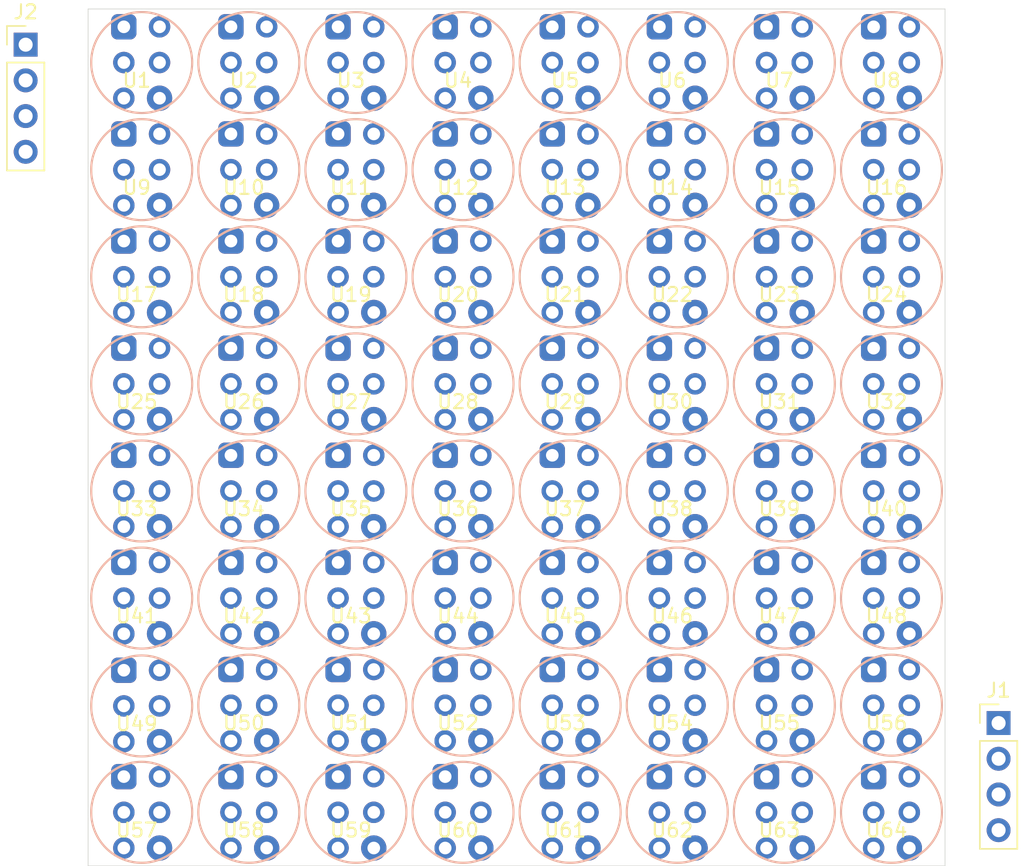
<source format=kicad_pcb>
(kicad_pcb (version 20171130) (host pcbnew "(5.1.4)-1")

  (general
    (thickness 1.6)
    (drawings 4)
    (tracks 0)
    (zones 0)
    (modules 66)
    (nets 133)
  )

  (page A4)
  (layers
    (0 F.Cu signal)
    (31 B.Cu signal)
    (34 B.Paste user)
    (35 F.Paste user)
    (36 B.SilkS user)
    (37 F.SilkS user)
    (38 B.Mask user)
    (39 F.Mask user)
    (44 Edge.Cuts user)
    (45 Margin user)
    (46 B.CrtYd user)
    (47 F.CrtYd user)
  )

  (setup
    (last_trace_width 0.1524)
    (trace_clearance 0.1524)
    (zone_clearance 0.1524)
    (zone_45_only no)
    (trace_min 0.1524)
    (via_size 0.508)
    (via_drill 0.254)
    (via_min_size 0.508)
    (via_min_drill 0.254)
    (uvia_size 0.508)
    (uvia_drill 0.254)
    (uvias_allowed no)
    (uvia_min_size 0.508)
    (uvia_min_drill 0.254)
    (edge_width 0.05)
    (segment_width 0.2)
    (pcb_text_width 0.3)
    (pcb_text_size 1.5 1.5)
    (mod_edge_width 0.12)
    (mod_text_size 1 1)
    (mod_text_width 0.15)
    (pad_size 1.524 1.524)
    (pad_drill 0.762)
    (pad_to_mask_clearance 0.0508)
    (solder_mask_min_width 0.1016)
    (aux_axis_origin 0 0)
    (visible_elements FFFFFF7F)
    (pcbplotparams
      (layerselection 0x010fc_ffffffff)
      (usegerberextensions false)
      (usegerberattributes false)
      (usegerberadvancedattributes false)
      (creategerberjobfile false)
      (excludeedgelayer true)
      (linewidth 0.100000)
      (plotframeref false)
      (viasonmask false)
      (mode 1)
      (useauxorigin false)
      (hpglpennumber 1)
      (hpglpenspeed 20)
      (hpglpendiameter 15.000000)
      (psnegative false)
      (psa4output false)
      (plotreference true)
      (plotvalue true)
      (plotinvisibletext false)
      (padsonsilk false)
      (subtractmaskfromsilk false)
      (outputformat 1)
      (mirror false)
      (drillshape 1)
      (scaleselection 1)
      (outputdirectory ""))
  )

  (net 0 "")
  (net 1 VDD)
  (net 2 Cin)
  (net 3 Din)
  (net 4 GND)
  (net 5 Cout)
  (net 6 Dout)
  (net 7 "Net-(U1-Pad6)")
  (net 8 "Net-(U1-Pad5)")
  (net 9 "Net-(U2-Pad6)")
  (net 10 "Net-(U2-Pad5)")
  (net 11 "Net-(U3-Pad6)")
  (net 12 "Net-(U3-Pad5)")
  (net 13 "Net-(U4-Pad6)")
  (net 14 "Net-(U4-Pad5)")
  (net 15 "Net-(U5-Pad6)")
  (net 16 "Net-(U5-Pad5)")
  (net 17 "Net-(U6-Pad6)")
  (net 18 "Net-(U6-Pad5)")
  (net 19 "Net-(U7-Pad6)")
  (net 20 "Net-(U7-Pad5)")
  (net 21 "Net-(U10-Pad2)")
  (net 22 "Net-(U10-Pad3)")
  (net 23 "Net-(U17-Pad5)")
  (net 24 "Net-(U17-Pad6)")
  (net 25 "Net-(U10-Pad6)")
  (net 26 "Net-(U10-Pad5)")
  (net 27 "Net-(U11-Pad6)")
  (net 28 "Net-(U11-Pad5)")
  (net 29 "Net-(U12-Pad6)")
  (net 30 "Net-(U12-Pad5)")
  (net 31 "Net-(U13-Pad6)")
  (net 32 "Net-(U13-Pad5)")
  (net 33 "Net-(U14-Pad6)")
  (net 34 "Net-(U14-Pad5)")
  (net 35 "Net-(U15-Pad6)")
  (net 36 "Net-(U15-Pad5)")
  (net 37 "Net-(U16-Pad6)")
  (net 38 "Net-(U16-Pad5)")
  (net 39 "Net-(U8-Pad6)")
  (net 40 "Net-(U8-Pad5)")
  (net 41 "Net-(U18-Pad6)")
  (net 42 "Net-(U18-Pad5)")
  (net 43 "Net-(U19-Pad6)")
  (net 44 "Net-(U19-Pad5)")
  (net 45 "Net-(U20-Pad6)")
  (net 46 "Net-(U20-Pad5)")
  (net 47 "Net-(U21-Pad6)")
  (net 48 "Net-(U21-Pad5)")
  (net 49 "Net-(U22-Pad6)")
  (net 50 "Net-(U22-Pad5)")
  (net 51 "Net-(U23-Pad6)")
  (net 52 "Net-(U23-Pad5)")
  (net 53 "Net-(U24-Pad6)")
  (net 54 "Net-(U24-Pad5)")
  (net 55 "Net-(U25-Pad6)")
  (net 56 "Net-(U25-Pad5)")
  (net 57 "Net-(U26-Pad6)")
  (net 58 "Net-(U26-Pad5)")
  (net 59 "Net-(U27-Pad6)")
  (net 60 "Net-(U27-Pad5)")
  (net 61 "Net-(U28-Pad6)")
  (net 62 "Net-(U28-Pad5)")
  (net 63 "Net-(U29-Pad6)")
  (net 64 "Net-(U29-Pad5)")
  (net 65 "Net-(U30-Pad6)")
  (net 66 "Net-(U30-Pad5)")
  (net 67 "Net-(U31-Pad6)")
  (net 68 "Net-(U31-Pad5)")
  (net 69 "Net-(U32-Pad6)")
  (net 70 "Net-(U32-Pad5)")
  (net 71 "Net-(U33-Pad6)")
  (net 72 "Net-(U33-Pad5)")
  (net 73 "Net-(U34-Pad6)")
  (net 74 "Net-(U34-Pad5)")
  (net 75 "Net-(U35-Pad6)")
  (net 76 "Net-(U35-Pad5)")
  (net 77 "Net-(U36-Pad6)")
  (net 78 "Net-(U36-Pad5)")
  (net 79 "Net-(U37-Pad6)")
  (net 80 "Net-(U37-Pad5)")
  (net 81 "Net-(U38-Pad6)")
  (net 82 "Net-(U38-Pad5)")
  (net 83 "Net-(U39-Pad6)")
  (net 84 "Net-(U39-Pad5)")
  (net 85 "Net-(U40-Pad6)")
  (net 86 "Net-(U40-Pad5)")
  (net 87 "Net-(U41-Pad6)")
  (net 88 "Net-(U41-Pad5)")
  (net 89 "Net-(U42-Pad6)")
  (net 90 "Net-(U42-Pad5)")
  (net 91 "Net-(U43-Pad6)")
  (net 92 "Net-(U43-Pad5)")
  (net 93 "Net-(U44-Pad6)")
  (net 94 "Net-(U44-Pad5)")
  (net 95 "Net-(U45-Pad6)")
  (net 96 "Net-(U45-Pad5)")
  (net 97 "Net-(U46-Pad6)")
  (net 98 "Net-(U46-Pad5)")
  (net 99 "Net-(U47-Pad6)")
  (net 100 "Net-(U47-Pad5)")
  (net 101 "Net-(U48-Pad6)")
  (net 102 "Net-(U48-Pad5)")
  (net 103 "Net-(U49-Pad6)")
  (net 104 "Net-(U49-Pad5)")
  (net 105 "Net-(U50-Pad6)")
  (net 106 "Net-(U50-Pad5)")
  (net 107 "Net-(U51-Pad6)")
  (net 108 "Net-(U51-Pad5)")
  (net 109 "Net-(U52-Pad6)")
  (net 110 "Net-(U52-Pad5)")
  (net 111 "Net-(U53-Pad6)")
  (net 112 "Net-(U53-Pad5)")
  (net 113 "Net-(U54-Pad6)")
  (net 114 "Net-(U54-Pad5)")
  (net 115 "Net-(U55-Pad6)")
  (net 116 "Net-(U55-Pad5)")
  (net 117 "Net-(U56-Pad6)")
  (net 118 "Net-(U56-Pad5)")
  (net 119 "Net-(U57-Pad6)")
  (net 120 "Net-(U57-Pad5)")
  (net 121 "Net-(U58-Pad6)")
  (net 122 "Net-(U58-Pad5)")
  (net 123 "Net-(U59-Pad6)")
  (net 124 "Net-(U59-Pad5)")
  (net 125 "Net-(U60-Pad6)")
  (net 126 "Net-(U60-Pad5)")
  (net 127 "Net-(U61-Pad6)")
  (net 128 "Net-(U61-Pad5)")
  (net 129 "Net-(U62-Pad6)")
  (net 130 "Net-(U62-Pad5)")
  (net 131 "Net-(U63-Pad6)")
  (net 132 "Net-(U63-Pad5)")

  (net_class Default "This is the default net class."
    (clearance 0.1524)
    (trace_width 0.1524)
    (via_dia 0.508)
    (via_drill 0.254)
    (uvia_dia 0.508)
    (uvia_drill 0.254)
    (add_net Cin)
    (add_net Cout)
    (add_net Din)
    (add_net Dout)
    (add_net GND)
    (add_net "Net-(U1-Pad5)")
    (add_net "Net-(U1-Pad6)")
    (add_net "Net-(U10-Pad2)")
    (add_net "Net-(U10-Pad3)")
    (add_net "Net-(U10-Pad5)")
    (add_net "Net-(U10-Pad6)")
    (add_net "Net-(U11-Pad5)")
    (add_net "Net-(U11-Pad6)")
    (add_net "Net-(U12-Pad5)")
    (add_net "Net-(U12-Pad6)")
    (add_net "Net-(U13-Pad5)")
    (add_net "Net-(U13-Pad6)")
    (add_net "Net-(U14-Pad5)")
    (add_net "Net-(U14-Pad6)")
    (add_net "Net-(U15-Pad5)")
    (add_net "Net-(U15-Pad6)")
    (add_net "Net-(U16-Pad5)")
    (add_net "Net-(U16-Pad6)")
    (add_net "Net-(U17-Pad5)")
    (add_net "Net-(U17-Pad6)")
    (add_net "Net-(U18-Pad5)")
    (add_net "Net-(U18-Pad6)")
    (add_net "Net-(U19-Pad5)")
    (add_net "Net-(U19-Pad6)")
    (add_net "Net-(U2-Pad5)")
    (add_net "Net-(U2-Pad6)")
    (add_net "Net-(U20-Pad5)")
    (add_net "Net-(U20-Pad6)")
    (add_net "Net-(U21-Pad5)")
    (add_net "Net-(U21-Pad6)")
    (add_net "Net-(U22-Pad5)")
    (add_net "Net-(U22-Pad6)")
    (add_net "Net-(U23-Pad5)")
    (add_net "Net-(U23-Pad6)")
    (add_net "Net-(U24-Pad5)")
    (add_net "Net-(U24-Pad6)")
    (add_net "Net-(U25-Pad5)")
    (add_net "Net-(U25-Pad6)")
    (add_net "Net-(U26-Pad5)")
    (add_net "Net-(U26-Pad6)")
    (add_net "Net-(U27-Pad5)")
    (add_net "Net-(U27-Pad6)")
    (add_net "Net-(U28-Pad5)")
    (add_net "Net-(U28-Pad6)")
    (add_net "Net-(U29-Pad5)")
    (add_net "Net-(U29-Pad6)")
    (add_net "Net-(U3-Pad5)")
    (add_net "Net-(U3-Pad6)")
    (add_net "Net-(U30-Pad5)")
    (add_net "Net-(U30-Pad6)")
    (add_net "Net-(U31-Pad5)")
    (add_net "Net-(U31-Pad6)")
    (add_net "Net-(U32-Pad5)")
    (add_net "Net-(U32-Pad6)")
    (add_net "Net-(U33-Pad5)")
    (add_net "Net-(U33-Pad6)")
    (add_net "Net-(U34-Pad5)")
    (add_net "Net-(U34-Pad6)")
    (add_net "Net-(U35-Pad5)")
    (add_net "Net-(U35-Pad6)")
    (add_net "Net-(U36-Pad5)")
    (add_net "Net-(U36-Pad6)")
    (add_net "Net-(U37-Pad5)")
    (add_net "Net-(U37-Pad6)")
    (add_net "Net-(U38-Pad5)")
    (add_net "Net-(U38-Pad6)")
    (add_net "Net-(U39-Pad5)")
    (add_net "Net-(U39-Pad6)")
    (add_net "Net-(U4-Pad5)")
    (add_net "Net-(U4-Pad6)")
    (add_net "Net-(U40-Pad5)")
    (add_net "Net-(U40-Pad6)")
    (add_net "Net-(U41-Pad5)")
    (add_net "Net-(U41-Pad6)")
    (add_net "Net-(U42-Pad5)")
    (add_net "Net-(U42-Pad6)")
    (add_net "Net-(U43-Pad5)")
    (add_net "Net-(U43-Pad6)")
    (add_net "Net-(U44-Pad5)")
    (add_net "Net-(U44-Pad6)")
    (add_net "Net-(U45-Pad5)")
    (add_net "Net-(U45-Pad6)")
    (add_net "Net-(U46-Pad5)")
    (add_net "Net-(U46-Pad6)")
    (add_net "Net-(U47-Pad5)")
    (add_net "Net-(U47-Pad6)")
    (add_net "Net-(U48-Pad5)")
    (add_net "Net-(U48-Pad6)")
    (add_net "Net-(U49-Pad5)")
    (add_net "Net-(U49-Pad6)")
    (add_net "Net-(U5-Pad5)")
    (add_net "Net-(U5-Pad6)")
    (add_net "Net-(U50-Pad5)")
    (add_net "Net-(U50-Pad6)")
    (add_net "Net-(U51-Pad5)")
    (add_net "Net-(U51-Pad6)")
    (add_net "Net-(U52-Pad5)")
    (add_net "Net-(U52-Pad6)")
    (add_net "Net-(U53-Pad5)")
    (add_net "Net-(U53-Pad6)")
    (add_net "Net-(U54-Pad5)")
    (add_net "Net-(U54-Pad6)")
    (add_net "Net-(U55-Pad5)")
    (add_net "Net-(U55-Pad6)")
    (add_net "Net-(U56-Pad5)")
    (add_net "Net-(U56-Pad6)")
    (add_net "Net-(U57-Pad5)")
    (add_net "Net-(U57-Pad6)")
    (add_net "Net-(U58-Pad5)")
    (add_net "Net-(U58-Pad6)")
    (add_net "Net-(U59-Pad5)")
    (add_net "Net-(U59-Pad6)")
    (add_net "Net-(U6-Pad5)")
    (add_net "Net-(U6-Pad6)")
    (add_net "Net-(U60-Pad5)")
    (add_net "Net-(U60-Pad6)")
    (add_net "Net-(U61-Pad5)")
    (add_net "Net-(U61-Pad6)")
    (add_net "Net-(U62-Pad5)")
    (add_net "Net-(U62-Pad6)")
    (add_net "Net-(U63-Pad5)")
    (add_net "Net-(U63-Pad6)")
    (add_net "Net-(U7-Pad5)")
    (add_net "Net-(U7-Pad6)")
    (add_net "Net-(U8-Pad5)")
    (add_net "Net-(U8-Pad6)")
    (add_net VDD)
  )

  (module neonpixelmatrix:neonpixel (layer F.Cu) (tedit 5EBACF2D) (tstamp 5EBB0FAF)
    (at 160.02 71.12)
    (path /5ECA2D56)
    (fp_text reference U64 (at -0.3556 1.27) (layer F.SilkS)
      (effects (font (size 1 1) (thickness 0.15)))
    )
    (fp_text value neonpixel (at 0 -5.08) (layer F.Fab) hide
      (effects (font (size 1 1) (thickness 0.15)))
    )
    (fp_circle (center 0 0) (end 2.54 2.54) (layer B.SilkS) (width 0.15))
    (fp_circle (center 0 0) (end 2.54 2.54) (layer F.SilkS) (width 0.15))
    (pad 6 thru_hole circle (at 1.27 -2.54) (size 1.524 1.524) (drill 0.9) (layers *.Cu *.Mask)
      (net 5 Cout))
    (pad 5 thru_hole circle (at 1.27 0) (size 1.524 1.524) (drill 0.9) (layers *.Cu *.Mask)
      (net 6 Dout))
    (pad 4 thru_hole circle (at 1.27 2.54) (size 1.8 1.8) (drill 0.9) (layers *.Cu *.Mask)
      (net 4 GND))
    (pad 3 thru_hole circle (at -1.27 2.54) (size 1.524 1.524) (drill 0.9) (layers *.Cu *.Mask)
      (net 132 "Net-(U63-Pad5)"))
    (pad 2 thru_hole circle (at -1.27 0) (size 1.524 1.524) (drill 0.9) (layers *.Cu *.Mask)
      (net 131 "Net-(U63-Pad6)"))
    (pad 1 thru_hole roundrect (at -1.27 -2.54) (size 1.8 1.8) (drill 0.9) (layers *.Cu *.Mask) (roundrect_rratio 0.25)
      (net 1 VDD))
  )

  (module neonpixelmatrix:neonpixel (layer F.Cu) (tedit 5EBACF2D) (tstamp 5EBB0FA3)
    (at 152.4 71.12)
    (path /5ECA2D50)
    (fp_text reference U63 (at -0.3556 1.27) (layer F.SilkS)
      (effects (font (size 1 1) (thickness 0.15)))
    )
    (fp_text value neonpixel (at 0 -5.08) (layer F.Fab) hide
      (effects (font (size 1 1) (thickness 0.15)))
    )
    (fp_circle (center 0 0) (end 2.54 2.54) (layer B.SilkS) (width 0.15))
    (fp_circle (center 0 0) (end 2.54 2.54) (layer F.SilkS) (width 0.15))
    (pad 6 thru_hole circle (at 1.27 -2.54) (size 1.524 1.524) (drill 0.9) (layers *.Cu *.Mask)
      (net 131 "Net-(U63-Pad6)"))
    (pad 5 thru_hole circle (at 1.27 0) (size 1.524 1.524) (drill 0.9) (layers *.Cu *.Mask)
      (net 132 "Net-(U63-Pad5)"))
    (pad 4 thru_hole circle (at 1.27 2.54) (size 1.8 1.8) (drill 0.9) (layers *.Cu *.Mask)
      (net 4 GND))
    (pad 3 thru_hole circle (at -1.27 2.54) (size 1.524 1.524) (drill 0.9) (layers *.Cu *.Mask)
      (net 130 "Net-(U62-Pad5)"))
    (pad 2 thru_hole circle (at -1.27 0) (size 1.524 1.524) (drill 0.9) (layers *.Cu *.Mask)
      (net 129 "Net-(U62-Pad6)"))
    (pad 1 thru_hole roundrect (at -1.27 -2.54) (size 1.8 1.8) (drill 0.9) (layers *.Cu *.Mask) (roundrect_rratio 0.25)
      (net 1 VDD))
  )

  (module neonpixelmatrix:neonpixel (layer F.Cu) (tedit 5EBACF2D) (tstamp 5EBB0F97)
    (at 144.78 71.12)
    (path /5ECA2D2C)
    (fp_text reference U62 (at -0.3556 1.27) (layer F.SilkS)
      (effects (font (size 1 1) (thickness 0.15)))
    )
    (fp_text value neonpixel (at 0 -5.08) (layer F.Fab) hide
      (effects (font (size 1 1) (thickness 0.15)))
    )
    (fp_circle (center 0 0) (end 2.54 2.54) (layer B.SilkS) (width 0.15))
    (fp_circle (center 0 0) (end 2.54 2.54) (layer F.SilkS) (width 0.15))
    (pad 6 thru_hole circle (at 1.27 -2.54) (size 1.524 1.524) (drill 0.9) (layers *.Cu *.Mask)
      (net 129 "Net-(U62-Pad6)"))
    (pad 5 thru_hole circle (at 1.27 0) (size 1.524 1.524) (drill 0.9) (layers *.Cu *.Mask)
      (net 130 "Net-(U62-Pad5)"))
    (pad 4 thru_hole circle (at 1.27 2.54) (size 1.8 1.8) (drill 0.9) (layers *.Cu *.Mask)
      (net 4 GND))
    (pad 3 thru_hole circle (at -1.27 2.54) (size 1.524 1.524) (drill 0.9) (layers *.Cu *.Mask)
      (net 128 "Net-(U61-Pad5)"))
    (pad 2 thru_hole circle (at -1.27 0) (size 1.524 1.524) (drill 0.9) (layers *.Cu *.Mask)
      (net 127 "Net-(U61-Pad6)"))
    (pad 1 thru_hole roundrect (at -1.27 -2.54) (size 1.8 1.8) (drill 0.9) (layers *.Cu *.Mask) (roundrect_rratio 0.25)
      (net 1 VDD))
  )

  (module neonpixelmatrix:neonpixel (layer F.Cu) (tedit 5EBACF2D) (tstamp 5EBB0F8B)
    (at 137.16 71.12)
    (path /5ECA2D26)
    (fp_text reference U61 (at -0.3556 1.27) (layer F.SilkS)
      (effects (font (size 1 1) (thickness 0.15)))
    )
    (fp_text value neonpixel (at 0 -5.08) (layer F.Fab) hide
      (effects (font (size 1 1) (thickness 0.15)))
    )
    (fp_circle (center 0 0) (end 2.54 2.54) (layer B.SilkS) (width 0.15))
    (fp_circle (center 0 0) (end 2.54 2.54) (layer F.SilkS) (width 0.15))
    (pad 6 thru_hole circle (at 1.27 -2.54) (size 1.524 1.524) (drill 0.9) (layers *.Cu *.Mask)
      (net 127 "Net-(U61-Pad6)"))
    (pad 5 thru_hole circle (at 1.27 0) (size 1.524 1.524) (drill 0.9) (layers *.Cu *.Mask)
      (net 128 "Net-(U61-Pad5)"))
    (pad 4 thru_hole circle (at 1.27 2.54) (size 1.8 1.8) (drill 0.9) (layers *.Cu *.Mask)
      (net 4 GND))
    (pad 3 thru_hole circle (at -1.27 2.54) (size 1.524 1.524) (drill 0.9) (layers *.Cu *.Mask)
      (net 126 "Net-(U60-Pad5)"))
    (pad 2 thru_hole circle (at -1.27 0) (size 1.524 1.524) (drill 0.9) (layers *.Cu *.Mask)
      (net 125 "Net-(U60-Pad6)"))
    (pad 1 thru_hole roundrect (at -1.27 -2.54) (size 1.8 1.8) (drill 0.9) (layers *.Cu *.Mask) (roundrect_rratio 0.25)
      (net 1 VDD))
  )

  (module neonpixelmatrix:neonpixel (layer F.Cu) (tedit 5EBACF2D) (tstamp 5EBB0F7F)
    (at 129.54 71.12)
    (path /5ECA2CFC)
    (fp_text reference U60 (at -0.3556 1.27) (layer F.SilkS)
      (effects (font (size 1 1) (thickness 0.15)))
    )
    (fp_text value neonpixel (at 0 -5.08) (layer F.Fab) hide
      (effects (font (size 1 1) (thickness 0.15)))
    )
    (fp_circle (center 0 0) (end 2.54 2.54) (layer B.SilkS) (width 0.15))
    (fp_circle (center 0 0) (end 2.54 2.54) (layer F.SilkS) (width 0.15))
    (pad 6 thru_hole circle (at 1.27 -2.54) (size 1.524 1.524) (drill 0.9) (layers *.Cu *.Mask)
      (net 125 "Net-(U60-Pad6)"))
    (pad 5 thru_hole circle (at 1.27 0) (size 1.524 1.524) (drill 0.9) (layers *.Cu *.Mask)
      (net 126 "Net-(U60-Pad5)"))
    (pad 4 thru_hole circle (at 1.27 2.54) (size 1.8 1.8) (drill 0.9) (layers *.Cu *.Mask)
      (net 4 GND))
    (pad 3 thru_hole circle (at -1.27 2.54) (size 1.524 1.524) (drill 0.9) (layers *.Cu *.Mask)
      (net 124 "Net-(U59-Pad5)"))
    (pad 2 thru_hole circle (at -1.27 0) (size 1.524 1.524) (drill 0.9) (layers *.Cu *.Mask)
      (net 123 "Net-(U59-Pad6)"))
    (pad 1 thru_hole roundrect (at -1.27 -2.54) (size 1.8 1.8) (drill 0.9) (layers *.Cu *.Mask) (roundrect_rratio 0.25)
      (net 1 VDD))
  )

  (module neonpixelmatrix:neonpixel (layer F.Cu) (tedit 5EBACF2D) (tstamp 5EBB0F73)
    (at 121.92 71.12)
    (path /5ECA2CF6)
    (fp_text reference U59 (at -0.3556 1.27) (layer F.SilkS)
      (effects (font (size 1 1) (thickness 0.15)))
    )
    (fp_text value neonpixel (at 0 -5.08) (layer F.Fab) hide
      (effects (font (size 1 1) (thickness 0.15)))
    )
    (fp_circle (center 0 0) (end 2.54 2.54) (layer B.SilkS) (width 0.15))
    (fp_circle (center 0 0) (end 2.54 2.54) (layer F.SilkS) (width 0.15))
    (pad 6 thru_hole circle (at 1.27 -2.54) (size 1.524 1.524) (drill 0.9) (layers *.Cu *.Mask)
      (net 123 "Net-(U59-Pad6)"))
    (pad 5 thru_hole circle (at 1.27 0) (size 1.524 1.524) (drill 0.9) (layers *.Cu *.Mask)
      (net 124 "Net-(U59-Pad5)"))
    (pad 4 thru_hole circle (at 1.27 2.54) (size 1.8 1.8) (drill 0.9) (layers *.Cu *.Mask)
      (net 4 GND))
    (pad 3 thru_hole circle (at -1.27 2.54) (size 1.524 1.524) (drill 0.9) (layers *.Cu *.Mask)
      (net 122 "Net-(U58-Pad5)"))
    (pad 2 thru_hole circle (at -1.27 0) (size 1.524 1.524) (drill 0.9) (layers *.Cu *.Mask)
      (net 121 "Net-(U58-Pad6)"))
    (pad 1 thru_hole roundrect (at -1.27 -2.54) (size 1.8 1.8) (drill 0.9) (layers *.Cu *.Mask) (roundrect_rratio 0.25)
      (net 1 VDD))
  )

  (module neonpixelmatrix:neonpixel (layer F.Cu) (tedit 5EBACF2D) (tstamp 5EBB0F67)
    (at 114.3 71.12)
    (path /5ECA2CD2)
    (fp_text reference U58 (at -0.3556 1.27) (layer F.SilkS)
      (effects (font (size 1 1) (thickness 0.15)))
    )
    (fp_text value neonpixel (at 0 -5.08) (layer F.Fab) hide
      (effects (font (size 1 1) (thickness 0.15)))
    )
    (fp_circle (center 0 0) (end 2.54 2.54) (layer B.SilkS) (width 0.15))
    (fp_circle (center 0 0) (end 2.54 2.54) (layer F.SilkS) (width 0.15))
    (pad 6 thru_hole circle (at 1.27 -2.54) (size 1.524 1.524) (drill 0.9) (layers *.Cu *.Mask)
      (net 121 "Net-(U58-Pad6)"))
    (pad 5 thru_hole circle (at 1.27 0) (size 1.524 1.524) (drill 0.9) (layers *.Cu *.Mask)
      (net 122 "Net-(U58-Pad5)"))
    (pad 4 thru_hole circle (at 1.27 2.54) (size 1.8 1.8) (drill 0.9) (layers *.Cu *.Mask)
      (net 4 GND))
    (pad 3 thru_hole circle (at -1.27 2.54) (size 1.524 1.524) (drill 0.9) (layers *.Cu *.Mask)
      (net 120 "Net-(U57-Pad5)"))
    (pad 2 thru_hole circle (at -1.27 0) (size 1.524 1.524) (drill 0.9) (layers *.Cu *.Mask)
      (net 119 "Net-(U57-Pad6)"))
    (pad 1 thru_hole roundrect (at -1.27 -2.54) (size 1.8 1.8) (drill 0.9) (layers *.Cu *.Mask) (roundrect_rratio 0.25)
      (net 1 VDD))
  )

  (module neonpixelmatrix:neonpixel (layer F.Cu) (tedit 5EBACF2D) (tstamp 5EBB0F5B)
    (at 106.68 71.12)
    (path /5ECA2CCC)
    (fp_text reference U57 (at -0.3556 1.27) (layer F.SilkS)
      (effects (font (size 1 1) (thickness 0.15)))
    )
    (fp_text value neonpixel (at 0 -5.08) (layer F.Fab) hide
      (effects (font (size 1 1) (thickness 0.15)))
    )
    (fp_circle (center 0 0) (end 2.54 2.54) (layer B.SilkS) (width 0.15))
    (fp_circle (center 0 0) (end 2.54 2.54) (layer F.SilkS) (width 0.15))
    (pad 6 thru_hole circle (at 1.27 -2.54) (size 1.524 1.524) (drill 0.9) (layers *.Cu *.Mask)
      (net 119 "Net-(U57-Pad6)"))
    (pad 5 thru_hole circle (at 1.27 0) (size 1.524 1.524) (drill 0.9) (layers *.Cu *.Mask)
      (net 120 "Net-(U57-Pad5)"))
    (pad 4 thru_hole circle (at 1.27 2.54) (size 1.8 1.8) (drill 0.9) (layers *.Cu *.Mask)
      (net 4 GND))
    (pad 3 thru_hole circle (at -1.27 2.54) (size 1.524 1.524) (drill 0.9) (layers *.Cu *.Mask)
      (net 118 "Net-(U56-Pad5)"))
    (pad 2 thru_hole circle (at -1.27 0) (size 1.524 1.524) (drill 0.9) (layers *.Cu *.Mask)
      (net 117 "Net-(U56-Pad6)"))
    (pad 1 thru_hole roundrect (at -1.27 -2.54) (size 1.8 1.8) (drill 0.9) (layers *.Cu *.Mask) (roundrect_rratio 0.25)
      (net 1 VDD))
  )

  (module neonpixelmatrix:neonpixel (layer F.Cu) (tedit 5EBACF2D) (tstamp 5EBB0F4F)
    (at 160.02 63.5)
    (path /5ECA2C9C)
    (fp_text reference U56 (at -0.3556 1.27) (layer F.SilkS)
      (effects (font (size 1 1) (thickness 0.15)))
    )
    (fp_text value neonpixel (at 0 -5.08) (layer F.Fab) hide
      (effects (font (size 1 1) (thickness 0.15)))
    )
    (fp_circle (center 0 0) (end 2.54 2.54) (layer B.SilkS) (width 0.15))
    (fp_circle (center 0 0) (end 2.54 2.54) (layer F.SilkS) (width 0.15))
    (pad 6 thru_hole circle (at 1.27 -2.54) (size 1.524 1.524) (drill 0.9) (layers *.Cu *.Mask)
      (net 117 "Net-(U56-Pad6)"))
    (pad 5 thru_hole circle (at 1.27 0) (size 1.524 1.524) (drill 0.9) (layers *.Cu *.Mask)
      (net 118 "Net-(U56-Pad5)"))
    (pad 4 thru_hole circle (at 1.27 2.54) (size 1.8 1.8) (drill 0.9) (layers *.Cu *.Mask)
      (net 4 GND))
    (pad 3 thru_hole circle (at -1.27 2.54) (size 1.524 1.524) (drill 0.9) (layers *.Cu *.Mask)
      (net 116 "Net-(U55-Pad5)"))
    (pad 2 thru_hole circle (at -1.27 0) (size 1.524 1.524) (drill 0.9) (layers *.Cu *.Mask)
      (net 115 "Net-(U55-Pad6)"))
    (pad 1 thru_hole roundrect (at -1.27 -2.54) (size 1.8 1.8) (drill 0.9) (layers *.Cu *.Mask) (roundrect_rratio 0.25)
      (net 1 VDD))
  )

  (module neonpixelmatrix:neonpixel (layer F.Cu) (tedit 5EBACF2D) (tstamp 5EBB0F43)
    (at 152.4 63.5)
    (path /5ECA2C96)
    (fp_text reference U55 (at -0.3556 1.27) (layer F.SilkS)
      (effects (font (size 1 1) (thickness 0.15)))
    )
    (fp_text value neonpixel (at 0 -5.08) (layer F.Fab) hide
      (effects (font (size 1 1) (thickness 0.15)))
    )
    (fp_circle (center 0 0) (end 2.54 2.54) (layer B.SilkS) (width 0.15))
    (fp_circle (center 0 0) (end 2.54 2.54) (layer F.SilkS) (width 0.15))
    (pad 6 thru_hole circle (at 1.27 -2.54) (size 1.524 1.524) (drill 0.9) (layers *.Cu *.Mask)
      (net 115 "Net-(U55-Pad6)"))
    (pad 5 thru_hole circle (at 1.27 0) (size 1.524 1.524) (drill 0.9) (layers *.Cu *.Mask)
      (net 116 "Net-(U55-Pad5)"))
    (pad 4 thru_hole circle (at 1.27 2.54) (size 1.8 1.8) (drill 0.9) (layers *.Cu *.Mask)
      (net 4 GND))
    (pad 3 thru_hole circle (at -1.27 2.54) (size 1.524 1.524) (drill 0.9) (layers *.Cu *.Mask)
      (net 114 "Net-(U54-Pad5)"))
    (pad 2 thru_hole circle (at -1.27 0) (size 1.524 1.524) (drill 0.9) (layers *.Cu *.Mask)
      (net 113 "Net-(U54-Pad6)"))
    (pad 1 thru_hole roundrect (at -1.27 -2.54) (size 1.8 1.8) (drill 0.9) (layers *.Cu *.Mask) (roundrect_rratio 0.25)
      (net 1 VDD))
  )

  (module neonpixelmatrix:neonpixel (layer F.Cu) (tedit 5EBACF2D) (tstamp 5EBB0F37)
    (at 144.78 63.5)
    (path /5ECA2C72)
    (fp_text reference U54 (at -0.3556 1.27) (layer F.SilkS)
      (effects (font (size 1 1) (thickness 0.15)))
    )
    (fp_text value neonpixel (at 0 -5.08) (layer F.Fab) hide
      (effects (font (size 1 1) (thickness 0.15)))
    )
    (fp_circle (center 0 0) (end 2.54 2.54) (layer B.SilkS) (width 0.15))
    (fp_circle (center 0 0) (end 2.54 2.54) (layer F.SilkS) (width 0.15))
    (pad 6 thru_hole circle (at 1.27 -2.54) (size 1.524 1.524) (drill 0.9) (layers *.Cu *.Mask)
      (net 113 "Net-(U54-Pad6)"))
    (pad 5 thru_hole circle (at 1.27 0) (size 1.524 1.524) (drill 0.9) (layers *.Cu *.Mask)
      (net 114 "Net-(U54-Pad5)"))
    (pad 4 thru_hole circle (at 1.27 2.54) (size 1.8 1.8) (drill 0.9) (layers *.Cu *.Mask)
      (net 4 GND))
    (pad 3 thru_hole circle (at -1.27 2.54) (size 1.524 1.524) (drill 0.9) (layers *.Cu *.Mask)
      (net 112 "Net-(U53-Pad5)"))
    (pad 2 thru_hole circle (at -1.27 0) (size 1.524 1.524) (drill 0.9) (layers *.Cu *.Mask)
      (net 111 "Net-(U53-Pad6)"))
    (pad 1 thru_hole roundrect (at -1.27 -2.54) (size 1.8 1.8) (drill 0.9) (layers *.Cu *.Mask) (roundrect_rratio 0.25)
      (net 1 VDD))
  )

  (module neonpixelmatrix:neonpixel (layer F.Cu) (tedit 5EBACF2D) (tstamp 5EBB0F2B)
    (at 137.16 63.5)
    (path /5ECA2C6C)
    (fp_text reference U53 (at -0.3556 1.27) (layer F.SilkS)
      (effects (font (size 1 1) (thickness 0.15)))
    )
    (fp_text value neonpixel (at 0 -5.08) (layer F.Fab) hide
      (effects (font (size 1 1) (thickness 0.15)))
    )
    (fp_circle (center 0 0) (end 2.54 2.54) (layer B.SilkS) (width 0.15))
    (fp_circle (center 0 0) (end 2.54 2.54) (layer F.SilkS) (width 0.15))
    (pad 6 thru_hole circle (at 1.27 -2.54) (size 1.524 1.524) (drill 0.9) (layers *.Cu *.Mask)
      (net 111 "Net-(U53-Pad6)"))
    (pad 5 thru_hole circle (at 1.27 0) (size 1.524 1.524) (drill 0.9) (layers *.Cu *.Mask)
      (net 112 "Net-(U53-Pad5)"))
    (pad 4 thru_hole circle (at 1.27 2.54) (size 1.8 1.8) (drill 0.9) (layers *.Cu *.Mask)
      (net 4 GND))
    (pad 3 thru_hole circle (at -1.27 2.54) (size 1.524 1.524) (drill 0.9) (layers *.Cu *.Mask)
      (net 110 "Net-(U52-Pad5)"))
    (pad 2 thru_hole circle (at -1.27 0) (size 1.524 1.524) (drill 0.9) (layers *.Cu *.Mask)
      (net 109 "Net-(U52-Pad6)"))
    (pad 1 thru_hole roundrect (at -1.27 -2.54) (size 1.8 1.8) (drill 0.9) (layers *.Cu *.Mask) (roundrect_rratio 0.25)
      (net 1 VDD))
  )

  (module neonpixelmatrix:neonpixel (layer F.Cu) (tedit 5EBACF2D) (tstamp 5EBB0F1F)
    (at 129.54 63.5)
    (path /5ECA2C42)
    (fp_text reference U52 (at -0.3556 1.27) (layer F.SilkS)
      (effects (font (size 1 1) (thickness 0.15)))
    )
    (fp_text value neonpixel (at 0 -5.08) (layer F.Fab) hide
      (effects (font (size 1 1) (thickness 0.15)))
    )
    (fp_circle (center 0 0) (end 2.54 2.54) (layer B.SilkS) (width 0.15))
    (fp_circle (center 0 0) (end 2.54 2.54) (layer F.SilkS) (width 0.15))
    (pad 6 thru_hole circle (at 1.27 -2.54) (size 1.524 1.524) (drill 0.9) (layers *.Cu *.Mask)
      (net 109 "Net-(U52-Pad6)"))
    (pad 5 thru_hole circle (at 1.27 0) (size 1.524 1.524) (drill 0.9) (layers *.Cu *.Mask)
      (net 110 "Net-(U52-Pad5)"))
    (pad 4 thru_hole circle (at 1.27 2.54) (size 1.8 1.8) (drill 0.9) (layers *.Cu *.Mask)
      (net 4 GND))
    (pad 3 thru_hole circle (at -1.27 2.54) (size 1.524 1.524) (drill 0.9) (layers *.Cu *.Mask)
      (net 108 "Net-(U51-Pad5)"))
    (pad 2 thru_hole circle (at -1.27 0) (size 1.524 1.524) (drill 0.9) (layers *.Cu *.Mask)
      (net 107 "Net-(U51-Pad6)"))
    (pad 1 thru_hole roundrect (at -1.27 -2.54) (size 1.8 1.8) (drill 0.9) (layers *.Cu *.Mask) (roundrect_rratio 0.25)
      (net 1 VDD))
  )

  (module neonpixelmatrix:neonpixel (layer F.Cu) (tedit 5EBACF2D) (tstamp 5EBB0F13)
    (at 121.92 63.5)
    (path /5ECA2C3C)
    (fp_text reference U51 (at -0.3556 1.27) (layer F.SilkS)
      (effects (font (size 1 1) (thickness 0.15)))
    )
    (fp_text value neonpixel (at 0 -5.08) (layer F.Fab) hide
      (effects (font (size 1 1) (thickness 0.15)))
    )
    (fp_circle (center 0 0) (end 2.54 2.54) (layer B.SilkS) (width 0.15))
    (fp_circle (center 0 0) (end 2.54 2.54) (layer F.SilkS) (width 0.15))
    (pad 6 thru_hole circle (at 1.27 -2.54) (size 1.524 1.524) (drill 0.9) (layers *.Cu *.Mask)
      (net 107 "Net-(U51-Pad6)"))
    (pad 5 thru_hole circle (at 1.27 0) (size 1.524 1.524) (drill 0.9) (layers *.Cu *.Mask)
      (net 108 "Net-(U51-Pad5)"))
    (pad 4 thru_hole circle (at 1.27 2.54) (size 1.8 1.8) (drill 0.9) (layers *.Cu *.Mask)
      (net 4 GND))
    (pad 3 thru_hole circle (at -1.27 2.54) (size 1.524 1.524) (drill 0.9) (layers *.Cu *.Mask)
      (net 106 "Net-(U50-Pad5)"))
    (pad 2 thru_hole circle (at -1.27 0) (size 1.524 1.524) (drill 0.9) (layers *.Cu *.Mask)
      (net 105 "Net-(U50-Pad6)"))
    (pad 1 thru_hole roundrect (at -1.27 -2.54) (size 1.8 1.8) (drill 0.9) (layers *.Cu *.Mask) (roundrect_rratio 0.25)
      (net 1 VDD))
  )

  (module neonpixelmatrix:neonpixel (layer F.Cu) (tedit 5EBACF2D) (tstamp 5EBB0F07)
    (at 114.3 63.5)
    (path /5ECA2C18)
    (fp_text reference U50 (at -0.3556 1.27) (layer F.SilkS)
      (effects (font (size 1 1) (thickness 0.15)))
    )
    (fp_text value neonpixel (at 0 -5.08) (layer F.Fab) hide
      (effects (font (size 1 1) (thickness 0.15)))
    )
    (fp_circle (center 0 0) (end 2.54 2.54) (layer B.SilkS) (width 0.15))
    (fp_circle (center 0 0) (end 2.54 2.54) (layer F.SilkS) (width 0.15))
    (pad 6 thru_hole circle (at 1.27 -2.54) (size 1.524 1.524) (drill 0.9) (layers *.Cu *.Mask)
      (net 105 "Net-(U50-Pad6)"))
    (pad 5 thru_hole circle (at 1.27 0) (size 1.524 1.524) (drill 0.9) (layers *.Cu *.Mask)
      (net 106 "Net-(U50-Pad5)"))
    (pad 4 thru_hole circle (at 1.27 2.54) (size 1.8 1.8) (drill 0.9) (layers *.Cu *.Mask)
      (net 4 GND))
    (pad 3 thru_hole circle (at -1.27 2.54) (size 1.524 1.524) (drill 0.9) (layers *.Cu *.Mask)
      (net 104 "Net-(U49-Pad5)"))
    (pad 2 thru_hole circle (at -1.27 0) (size 1.524 1.524) (drill 0.9) (layers *.Cu *.Mask)
      (net 103 "Net-(U49-Pad6)"))
    (pad 1 thru_hole roundrect (at -1.27 -2.54) (size 1.8 1.8) (drill 0.9) (layers *.Cu *.Mask) (roundrect_rratio 0.25)
      (net 1 VDD))
  )

  (module neonpixelmatrix:neonpixel (layer F.Cu) (tedit 5EBACF2D) (tstamp 5EBB0EFB)
    (at 106.68 63.552102)
    (path /5ECA2C12)
    (fp_text reference U49 (at -0.3556 1.27) (layer F.SilkS)
      (effects (font (size 1 1) (thickness 0.15)))
    )
    (fp_text value neonpixel (at 0 -5.08) (layer F.Fab) hide
      (effects (font (size 1 1) (thickness 0.15)))
    )
    (fp_circle (center 0 0) (end 2.54 2.54) (layer B.SilkS) (width 0.15))
    (fp_circle (center 0 0) (end 2.54 2.54) (layer F.SilkS) (width 0.15))
    (pad 6 thru_hole circle (at 1.27 -2.54) (size 1.524 1.524) (drill 0.9) (layers *.Cu *.Mask)
      (net 103 "Net-(U49-Pad6)"))
    (pad 5 thru_hole circle (at 1.27 0) (size 1.524 1.524) (drill 0.9) (layers *.Cu *.Mask)
      (net 104 "Net-(U49-Pad5)"))
    (pad 4 thru_hole circle (at 1.27 2.54) (size 1.8 1.8) (drill 0.9) (layers *.Cu *.Mask)
      (net 4 GND))
    (pad 3 thru_hole circle (at -1.27 2.54) (size 1.524 1.524) (drill 0.9) (layers *.Cu *.Mask)
      (net 102 "Net-(U48-Pad5)"))
    (pad 2 thru_hole circle (at -1.27 0) (size 1.524 1.524) (drill 0.9) (layers *.Cu *.Mask)
      (net 101 "Net-(U48-Pad6)"))
    (pad 1 thru_hole roundrect (at -1.27 -2.54) (size 1.8 1.8) (drill 0.9) (layers *.Cu *.Mask) (roundrect_rratio 0.25)
      (net 1 VDD))
  )

  (module neonpixelmatrix:neonpixel (layer F.Cu) (tedit 5EBACF2D) (tstamp 5EBB0EEF)
    (at 160.02 55.88)
    (path /5ECA2BD8)
    (fp_text reference U48 (at -0.3556 1.27) (layer F.SilkS)
      (effects (font (size 1 1) (thickness 0.15)))
    )
    (fp_text value neonpixel (at 0 -5.08) (layer F.Fab) hide
      (effects (font (size 1 1) (thickness 0.15)))
    )
    (fp_circle (center 0 0) (end 2.54 2.54) (layer B.SilkS) (width 0.15))
    (fp_circle (center 0 0) (end 2.54 2.54) (layer F.SilkS) (width 0.15))
    (pad 6 thru_hole circle (at 1.27 -2.54) (size 1.524 1.524) (drill 0.9) (layers *.Cu *.Mask)
      (net 101 "Net-(U48-Pad6)"))
    (pad 5 thru_hole circle (at 1.27 0) (size 1.524 1.524) (drill 0.9) (layers *.Cu *.Mask)
      (net 102 "Net-(U48-Pad5)"))
    (pad 4 thru_hole circle (at 1.27 2.54) (size 1.8 1.8) (drill 0.9) (layers *.Cu *.Mask)
      (net 4 GND))
    (pad 3 thru_hole circle (at -1.27 2.54) (size 1.524 1.524) (drill 0.9) (layers *.Cu *.Mask)
      (net 100 "Net-(U47-Pad5)"))
    (pad 2 thru_hole circle (at -1.27 0) (size 1.524 1.524) (drill 0.9) (layers *.Cu *.Mask)
      (net 99 "Net-(U47-Pad6)"))
    (pad 1 thru_hole roundrect (at -1.27 -2.54) (size 1.8 1.8) (drill 0.9) (layers *.Cu *.Mask) (roundrect_rratio 0.25)
      (net 1 VDD))
  )

  (module neonpixelmatrix:neonpixel (layer F.Cu) (tedit 5EBACF2D) (tstamp 5EBB0EE3)
    (at 152.4 55.88)
    (path /5ECA2BD2)
    (fp_text reference U47 (at -0.3556 1.27) (layer F.SilkS)
      (effects (font (size 1 1) (thickness 0.15)))
    )
    (fp_text value neonpixel (at 0 -5.08) (layer F.Fab) hide
      (effects (font (size 1 1) (thickness 0.15)))
    )
    (fp_circle (center 0 0) (end 2.54 2.54) (layer B.SilkS) (width 0.15))
    (fp_circle (center 0 0) (end 2.54 2.54) (layer F.SilkS) (width 0.15))
    (pad 6 thru_hole circle (at 1.27 -2.54) (size 1.524 1.524) (drill 0.9) (layers *.Cu *.Mask)
      (net 99 "Net-(U47-Pad6)"))
    (pad 5 thru_hole circle (at 1.27 0) (size 1.524 1.524) (drill 0.9) (layers *.Cu *.Mask)
      (net 100 "Net-(U47-Pad5)"))
    (pad 4 thru_hole circle (at 1.27 2.54) (size 1.8 1.8) (drill 0.9) (layers *.Cu *.Mask)
      (net 4 GND))
    (pad 3 thru_hole circle (at -1.27 2.54) (size 1.524 1.524) (drill 0.9) (layers *.Cu *.Mask)
      (net 98 "Net-(U46-Pad5)"))
    (pad 2 thru_hole circle (at -1.27 0) (size 1.524 1.524) (drill 0.9) (layers *.Cu *.Mask)
      (net 97 "Net-(U46-Pad6)"))
    (pad 1 thru_hole roundrect (at -1.27 -2.54) (size 1.8 1.8) (drill 0.9) (layers *.Cu *.Mask) (roundrect_rratio 0.25)
      (net 1 VDD))
  )

  (module neonpixelmatrix:neonpixel (layer F.Cu) (tedit 5EBACF2D) (tstamp 5EBB0ED7)
    (at 144.78 55.88)
    (path /5ECA2BAE)
    (fp_text reference U46 (at -0.3556 1.27) (layer F.SilkS)
      (effects (font (size 1 1) (thickness 0.15)))
    )
    (fp_text value neonpixel (at 0 -5.08) (layer F.Fab) hide
      (effects (font (size 1 1) (thickness 0.15)))
    )
    (fp_circle (center 0 0) (end 2.54 2.54) (layer B.SilkS) (width 0.15))
    (fp_circle (center 0 0) (end 2.54 2.54) (layer F.SilkS) (width 0.15))
    (pad 6 thru_hole circle (at 1.27 -2.54) (size 1.524 1.524) (drill 0.9) (layers *.Cu *.Mask)
      (net 97 "Net-(U46-Pad6)"))
    (pad 5 thru_hole circle (at 1.27 0) (size 1.524 1.524) (drill 0.9) (layers *.Cu *.Mask)
      (net 98 "Net-(U46-Pad5)"))
    (pad 4 thru_hole circle (at 1.27 2.54) (size 1.8 1.8) (drill 0.9) (layers *.Cu *.Mask)
      (net 4 GND))
    (pad 3 thru_hole circle (at -1.27 2.54) (size 1.524 1.524) (drill 0.9) (layers *.Cu *.Mask)
      (net 96 "Net-(U45-Pad5)"))
    (pad 2 thru_hole circle (at -1.27 0) (size 1.524 1.524) (drill 0.9) (layers *.Cu *.Mask)
      (net 95 "Net-(U45-Pad6)"))
    (pad 1 thru_hole roundrect (at -1.27 -2.54) (size 1.8 1.8) (drill 0.9) (layers *.Cu *.Mask) (roundrect_rratio 0.25)
      (net 1 VDD))
  )

  (module neonpixelmatrix:neonpixel (layer F.Cu) (tedit 5EBACF2D) (tstamp 5EBB0ECB)
    (at 137.16 55.88)
    (path /5ECA2BA8)
    (fp_text reference U45 (at -0.3556 1.27) (layer F.SilkS)
      (effects (font (size 1 1) (thickness 0.15)))
    )
    (fp_text value neonpixel (at 0 -5.08) (layer F.Fab) hide
      (effects (font (size 1 1) (thickness 0.15)))
    )
    (fp_circle (center 0 0) (end 2.54 2.54) (layer B.SilkS) (width 0.15))
    (fp_circle (center 0 0) (end 2.54 2.54) (layer F.SilkS) (width 0.15))
    (pad 6 thru_hole circle (at 1.27 -2.54) (size 1.524 1.524) (drill 0.9) (layers *.Cu *.Mask)
      (net 95 "Net-(U45-Pad6)"))
    (pad 5 thru_hole circle (at 1.27 0) (size 1.524 1.524) (drill 0.9) (layers *.Cu *.Mask)
      (net 96 "Net-(U45-Pad5)"))
    (pad 4 thru_hole circle (at 1.27 2.54) (size 1.8 1.8) (drill 0.9) (layers *.Cu *.Mask)
      (net 4 GND))
    (pad 3 thru_hole circle (at -1.27 2.54) (size 1.524 1.524) (drill 0.9) (layers *.Cu *.Mask)
      (net 94 "Net-(U44-Pad5)"))
    (pad 2 thru_hole circle (at -1.27 0) (size 1.524 1.524) (drill 0.9) (layers *.Cu *.Mask)
      (net 93 "Net-(U44-Pad6)"))
    (pad 1 thru_hole roundrect (at -1.27 -2.54) (size 1.8 1.8) (drill 0.9) (layers *.Cu *.Mask) (roundrect_rratio 0.25)
      (net 1 VDD))
  )

  (module neonpixelmatrix:neonpixel (layer F.Cu) (tedit 5EBACF2D) (tstamp 5EBB0EBF)
    (at 129.54 55.88)
    (path /5ECA2B7E)
    (fp_text reference U44 (at -0.3556 1.27) (layer F.SilkS)
      (effects (font (size 1 1) (thickness 0.15)))
    )
    (fp_text value neonpixel (at 0 -5.08) (layer F.Fab) hide
      (effects (font (size 1 1) (thickness 0.15)))
    )
    (fp_circle (center 0 0) (end 2.54 2.54) (layer B.SilkS) (width 0.15))
    (fp_circle (center 0 0) (end 2.54 2.54) (layer F.SilkS) (width 0.15))
    (pad 6 thru_hole circle (at 1.27 -2.54) (size 1.524 1.524) (drill 0.9) (layers *.Cu *.Mask)
      (net 93 "Net-(U44-Pad6)"))
    (pad 5 thru_hole circle (at 1.27 0) (size 1.524 1.524) (drill 0.9) (layers *.Cu *.Mask)
      (net 94 "Net-(U44-Pad5)"))
    (pad 4 thru_hole circle (at 1.27 2.54) (size 1.8 1.8) (drill 0.9) (layers *.Cu *.Mask)
      (net 4 GND))
    (pad 3 thru_hole circle (at -1.27 2.54) (size 1.524 1.524) (drill 0.9) (layers *.Cu *.Mask)
      (net 92 "Net-(U43-Pad5)"))
    (pad 2 thru_hole circle (at -1.27 0) (size 1.524 1.524) (drill 0.9) (layers *.Cu *.Mask)
      (net 91 "Net-(U43-Pad6)"))
    (pad 1 thru_hole roundrect (at -1.27 -2.54) (size 1.8 1.8) (drill 0.9) (layers *.Cu *.Mask) (roundrect_rratio 0.25)
      (net 1 VDD))
  )

  (module neonpixelmatrix:neonpixel (layer F.Cu) (tedit 5EBACF2D) (tstamp 5EBB23B7)
    (at 121.92 55.88)
    (path /5ECA2B78)
    (fp_text reference U43 (at -0.3556 1.27) (layer F.SilkS)
      (effects (font (size 1 1) (thickness 0.15)))
    )
    (fp_text value neonpixel (at 0 -5.08) (layer F.Fab) hide
      (effects (font (size 1 1) (thickness 0.15)))
    )
    (fp_circle (center 0 0) (end 2.54 2.54) (layer B.SilkS) (width 0.15))
    (fp_circle (center 0 0) (end 2.54 2.54) (layer F.SilkS) (width 0.15))
    (pad 6 thru_hole circle (at 1.27 -2.54) (size 1.524 1.524) (drill 0.9) (layers *.Cu *.Mask)
      (net 91 "Net-(U43-Pad6)"))
    (pad 5 thru_hole circle (at 1.27 0) (size 1.524 1.524) (drill 0.9) (layers *.Cu *.Mask)
      (net 92 "Net-(U43-Pad5)"))
    (pad 4 thru_hole circle (at 1.27 2.54) (size 1.8 1.8) (drill 0.9) (layers *.Cu *.Mask)
      (net 4 GND))
    (pad 3 thru_hole circle (at -1.27 2.54) (size 1.524 1.524) (drill 0.9) (layers *.Cu *.Mask)
      (net 90 "Net-(U42-Pad5)"))
    (pad 2 thru_hole circle (at -1.27 0) (size 1.524 1.524) (drill 0.9) (layers *.Cu *.Mask)
      (net 89 "Net-(U42-Pad6)"))
    (pad 1 thru_hole roundrect (at -1.27 -2.54) (size 1.8 1.8) (drill 0.9) (layers *.Cu *.Mask) (roundrect_rratio 0.25)
      (net 1 VDD))
  )

  (module neonpixelmatrix:neonpixel (layer F.Cu) (tedit 5EBACF2D) (tstamp 5EBB0EA7)
    (at 114.3 55.88)
    (path /5ECA2B54)
    (fp_text reference U42 (at -0.3556 1.27) (layer F.SilkS)
      (effects (font (size 1 1) (thickness 0.15)))
    )
    (fp_text value neonpixel (at 0 -5.08) (layer F.Fab) hide
      (effects (font (size 1 1) (thickness 0.15)))
    )
    (fp_circle (center 0 0) (end 2.54 2.54) (layer B.SilkS) (width 0.15))
    (fp_circle (center 0 0) (end 2.54 2.54) (layer F.SilkS) (width 0.15))
    (pad 6 thru_hole circle (at 1.27 -2.54) (size 1.524 1.524) (drill 0.9) (layers *.Cu *.Mask)
      (net 89 "Net-(U42-Pad6)"))
    (pad 5 thru_hole circle (at 1.27 0) (size 1.524 1.524) (drill 0.9) (layers *.Cu *.Mask)
      (net 90 "Net-(U42-Pad5)"))
    (pad 4 thru_hole circle (at 1.27 2.54) (size 1.8 1.8) (drill 0.9) (layers *.Cu *.Mask)
      (net 4 GND))
    (pad 3 thru_hole circle (at -1.27 2.54) (size 1.524 1.524) (drill 0.9) (layers *.Cu *.Mask)
      (net 88 "Net-(U41-Pad5)"))
    (pad 2 thru_hole circle (at -1.27 0) (size 1.524 1.524) (drill 0.9) (layers *.Cu *.Mask)
      (net 87 "Net-(U41-Pad6)"))
    (pad 1 thru_hole roundrect (at -1.27 -2.54) (size 1.8 1.8) (drill 0.9) (layers *.Cu *.Mask) (roundrect_rratio 0.25)
      (net 1 VDD))
  )

  (module neonpixelmatrix:neonpixel (layer F.Cu) (tedit 5EBACF2D) (tstamp 5EBB0E9B)
    (at 106.68 55.88)
    (path /5ECA2B4E)
    (fp_text reference U41 (at -0.3556 1.27) (layer F.SilkS)
      (effects (font (size 1 1) (thickness 0.15)))
    )
    (fp_text value neonpixel (at 0 -5.08) (layer F.Fab) hide
      (effects (font (size 1 1) (thickness 0.15)))
    )
    (fp_circle (center 0 0) (end 2.54 2.54) (layer B.SilkS) (width 0.15))
    (fp_circle (center 0 0) (end 2.54 2.54) (layer F.SilkS) (width 0.15))
    (pad 6 thru_hole circle (at 1.27 -2.54) (size 1.524 1.524) (drill 0.9) (layers *.Cu *.Mask)
      (net 87 "Net-(U41-Pad6)"))
    (pad 5 thru_hole circle (at 1.27 0) (size 1.524 1.524) (drill 0.9) (layers *.Cu *.Mask)
      (net 88 "Net-(U41-Pad5)"))
    (pad 4 thru_hole circle (at 1.27 2.54) (size 1.8 1.8) (drill 0.9) (layers *.Cu *.Mask)
      (net 4 GND))
    (pad 3 thru_hole circle (at -1.27 2.54) (size 1.524 1.524) (drill 0.9) (layers *.Cu *.Mask)
      (net 86 "Net-(U40-Pad5)"))
    (pad 2 thru_hole circle (at -1.27 0) (size 1.524 1.524) (drill 0.9) (layers *.Cu *.Mask)
      (net 85 "Net-(U40-Pad6)"))
    (pad 1 thru_hole roundrect (at -1.27 -2.54) (size 1.8 1.8) (drill 0.9) (layers *.Cu *.Mask) (roundrect_rratio 0.25)
      (net 1 VDD))
  )

  (module neonpixelmatrix:neonpixel (layer F.Cu) (tedit 5EBACF2D) (tstamp 5EBB233A)
    (at 160.02 48.26)
    (path /5ECA2B1E)
    (fp_text reference U40 (at -0.3556 1.27) (layer F.SilkS)
      (effects (font (size 1 1) (thickness 0.15)))
    )
    (fp_text value neonpixel (at 0 -5.08) (layer F.Fab) hide
      (effects (font (size 1 1) (thickness 0.15)))
    )
    (fp_circle (center 0 0) (end 2.54 2.54) (layer B.SilkS) (width 0.15))
    (fp_circle (center 0 0) (end 2.54 2.54) (layer F.SilkS) (width 0.15))
    (pad 6 thru_hole circle (at 1.27 -2.54) (size 1.524 1.524) (drill 0.9) (layers *.Cu *.Mask)
      (net 85 "Net-(U40-Pad6)"))
    (pad 5 thru_hole circle (at 1.27 0) (size 1.524 1.524) (drill 0.9) (layers *.Cu *.Mask)
      (net 86 "Net-(U40-Pad5)"))
    (pad 4 thru_hole circle (at 1.27 2.54) (size 1.8 1.8) (drill 0.9) (layers *.Cu *.Mask)
      (net 4 GND))
    (pad 3 thru_hole circle (at -1.27 2.54) (size 1.524 1.524) (drill 0.9) (layers *.Cu *.Mask)
      (net 84 "Net-(U39-Pad5)"))
    (pad 2 thru_hole circle (at -1.27 0) (size 1.524 1.524) (drill 0.9) (layers *.Cu *.Mask)
      (net 83 "Net-(U39-Pad6)"))
    (pad 1 thru_hole roundrect (at -1.27 -2.54) (size 1.8 1.8) (drill 0.9) (layers *.Cu *.Mask) (roundrect_rratio 0.25)
      (net 1 VDD))
  )

  (module neonpixelmatrix:neonpixel (layer F.Cu) (tedit 5EBACF2D) (tstamp 5EBB0E83)
    (at 152.4 48.26)
    (path /5ECA2B18)
    (fp_text reference U39 (at -0.3556 1.27) (layer F.SilkS)
      (effects (font (size 1 1) (thickness 0.15)))
    )
    (fp_text value neonpixel (at 0 -5.08) (layer F.Fab) hide
      (effects (font (size 1 1) (thickness 0.15)))
    )
    (fp_circle (center 0 0) (end 2.54 2.54) (layer B.SilkS) (width 0.15))
    (fp_circle (center 0 0) (end 2.54 2.54) (layer F.SilkS) (width 0.15))
    (pad 6 thru_hole circle (at 1.27 -2.54) (size 1.524 1.524) (drill 0.9) (layers *.Cu *.Mask)
      (net 83 "Net-(U39-Pad6)"))
    (pad 5 thru_hole circle (at 1.27 0) (size 1.524 1.524) (drill 0.9) (layers *.Cu *.Mask)
      (net 84 "Net-(U39-Pad5)"))
    (pad 4 thru_hole circle (at 1.27 2.54) (size 1.8 1.8) (drill 0.9) (layers *.Cu *.Mask)
      (net 4 GND))
    (pad 3 thru_hole circle (at -1.27 2.54) (size 1.524 1.524) (drill 0.9) (layers *.Cu *.Mask)
      (net 82 "Net-(U38-Pad5)"))
    (pad 2 thru_hole circle (at -1.27 0) (size 1.524 1.524) (drill 0.9) (layers *.Cu *.Mask)
      (net 81 "Net-(U38-Pad6)"))
    (pad 1 thru_hole roundrect (at -1.27 -2.54) (size 1.8 1.8) (drill 0.9) (layers *.Cu *.Mask) (roundrect_rratio 0.25)
      (net 1 VDD))
  )

  (module neonpixelmatrix:neonpixel (layer F.Cu) (tedit 5EBACF2D) (tstamp 5EBB0E77)
    (at 144.78 48.26)
    (path /5ECA2AF4)
    (fp_text reference U38 (at -0.3556 1.27) (layer F.SilkS)
      (effects (font (size 1 1) (thickness 0.15)))
    )
    (fp_text value neonpixel (at 0 -5.08) (layer F.Fab) hide
      (effects (font (size 1 1) (thickness 0.15)))
    )
    (fp_circle (center 0 0) (end 2.54 2.54) (layer B.SilkS) (width 0.15))
    (fp_circle (center 0 0) (end 2.54 2.54) (layer F.SilkS) (width 0.15))
    (pad 6 thru_hole circle (at 1.27 -2.54) (size 1.524 1.524) (drill 0.9) (layers *.Cu *.Mask)
      (net 81 "Net-(U38-Pad6)"))
    (pad 5 thru_hole circle (at 1.27 0) (size 1.524 1.524) (drill 0.9) (layers *.Cu *.Mask)
      (net 82 "Net-(U38-Pad5)"))
    (pad 4 thru_hole circle (at 1.27 2.54) (size 1.8 1.8) (drill 0.9) (layers *.Cu *.Mask)
      (net 4 GND))
    (pad 3 thru_hole circle (at -1.27 2.54) (size 1.524 1.524) (drill 0.9) (layers *.Cu *.Mask)
      (net 80 "Net-(U37-Pad5)"))
    (pad 2 thru_hole circle (at -1.27 0) (size 1.524 1.524) (drill 0.9) (layers *.Cu *.Mask)
      (net 79 "Net-(U37-Pad6)"))
    (pad 1 thru_hole roundrect (at -1.27 -2.54) (size 1.8 1.8) (drill 0.9) (layers *.Cu *.Mask) (roundrect_rratio 0.25)
      (net 1 VDD))
  )

  (module neonpixelmatrix:neonpixel (layer F.Cu) (tedit 5EBACF2D) (tstamp 5EBB0E6B)
    (at 137.16 48.26)
    (path /5ECA2AEE)
    (fp_text reference U37 (at -0.3556 1.27) (layer F.SilkS)
      (effects (font (size 1 1) (thickness 0.15)))
    )
    (fp_text value neonpixel (at 0 -5.08) (layer F.Fab) hide
      (effects (font (size 1 1) (thickness 0.15)))
    )
    (fp_circle (center 0 0) (end 2.54 2.54) (layer B.SilkS) (width 0.15))
    (fp_circle (center 0 0) (end 2.54 2.54) (layer F.SilkS) (width 0.15))
    (pad 6 thru_hole circle (at 1.27 -2.54) (size 1.524 1.524) (drill 0.9) (layers *.Cu *.Mask)
      (net 79 "Net-(U37-Pad6)"))
    (pad 5 thru_hole circle (at 1.27 0) (size 1.524 1.524) (drill 0.9) (layers *.Cu *.Mask)
      (net 80 "Net-(U37-Pad5)"))
    (pad 4 thru_hole circle (at 1.27 2.54) (size 1.8 1.8) (drill 0.9) (layers *.Cu *.Mask)
      (net 4 GND))
    (pad 3 thru_hole circle (at -1.27 2.54) (size 1.524 1.524) (drill 0.9) (layers *.Cu *.Mask)
      (net 78 "Net-(U36-Pad5)"))
    (pad 2 thru_hole circle (at -1.27 0) (size 1.524 1.524) (drill 0.9) (layers *.Cu *.Mask)
      (net 77 "Net-(U36-Pad6)"))
    (pad 1 thru_hole roundrect (at -1.27 -2.54) (size 1.8 1.8) (drill 0.9) (layers *.Cu *.Mask) (roundrect_rratio 0.25)
      (net 1 VDD))
  )

  (module neonpixelmatrix:neonpixel (layer F.Cu) (tedit 5EBACF2D) (tstamp 5EBB0E5F)
    (at 129.54 48.26)
    (path /5ECA2AC4)
    (fp_text reference U36 (at -0.3556 1.27) (layer F.SilkS)
      (effects (font (size 1 1) (thickness 0.15)))
    )
    (fp_text value neonpixel (at 0 -5.08) (layer F.Fab) hide
      (effects (font (size 1 1) (thickness 0.15)))
    )
    (fp_circle (center 0 0) (end 2.54 2.54) (layer B.SilkS) (width 0.15))
    (fp_circle (center 0 0) (end 2.54 2.54) (layer F.SilkS) (width 0.15))
    (pad 6 thru_hole circle (at 1.27 -2.54) (size 1.524 1.524) (drill 0.9) (layers *.Cu *.Mask)
      (net 77 "Net-(U36-Pad6)"))
    (pad 5 thru_hole circle (at 1.27 0) (size 1.524 1.524) (drill 0.9) (layers *.Cu *.Mask)
      (net 78 "Net-(U36-Pad5)"))
    (pad 4 thru_hole circle (at 1.27 2.54) (size 1.8 1.8) (drill 0.9) (layers *.Cu *.Mask)
      (net 4 GND))
    (pad 3 thru_hole circle (at -1.27 2.54) (size 1.524 1.524) (drill 0.9) (layers *.Cu *.Mask)
      (net 76 "Net-(U35-Pad5)"))
    (pad 2 thru_hole circle (at -1.27 0) (size 1.524 1.524) (drill 0.9) (layers *.Cu *.Mask)
      (net 75 "Net-(U35-Pad6)"))
    (pad 1 thru_hole roundrect (at -1.27 -2.54) (size 1.8 1.8) (drill 0.9) (layers *.Cu *.Mask) (roundrect_rratio 0.25)
      (net 1 VDD))
  )

  (module neonpixelmatrix:neonpixel (layer F.Cu) (tedit 5EBACF2D) (tstamp 5EBB0E53)
    (at 121.92 48.26)
    (path /5ECA2ABE)
    (fp_text reference U35 (at -0.3556 1.27) (layer F.SilkS)
      (effects (font (size 1 1) (thickness 0.15)))
    )
    (fp_text value neonpixel (at 0 -5.08) (layer F.Fab) hide
      (effects (font (size 1 1) (thickness 0.15)))
    )
    (fp_circle (center 0 0) (end 2.54 2.54) (layer B.SilkS) (width 0.15))
    (fp_circle (center 0 0) (end 2.54 2.54) (layer F.SilkS) (width 0.15))
    (pad 6 thru_hole circle (at 1.27 -2.54) (size 1.524 1.524) (drill 0.9) (layers *.Cu *.Mask)
      (net 75 "Net-(U35-Pad6)"))
    (pad 5 thru_hole circle (at 1.27 0) (size 1.524 1.524) (drill 0.9) (layers *.Cu *.Mask)
      (net 76 "Net-(U35-Pad5)"))
    (pad 4 thru_hole circle (at 1.27 2.54) (size 1.8 1.8) (drill 0.9) (layers *.Cu *.Mask)
      (net 4 GND))
    (pad 3 thru_hole circle (at -1.27 2.54) (size 1.524 1.524) (drill 0.9) (layers *.Cu *.Mask)
      (net 74 "Net-(U34-Pad5)"))
    (pad 2 thru_hole circle (at -1.27 0) (size 1.524 1.524) (drill 0.9) (layers *.Cu *.Mask)
      (net 73 "Net-(U34-Pad6)"))
    (pad 1 thru_hole roundrect (at -1.27 -2.54) (size 1.8 1.8) (drill 0.9) (layers *.Cu *.Mask) (roundrect_rratio 0.25)
      (net 1 VDD))
  )

  (module neonpixelmatrix:neonpixel (layer F.Cu) (tedit 5EBACF2D) (tstamp 5EBB0E47)
    (at 114.3 48.26)
    (path /5ECA2A9A)
    (fp_text reference U34 (at -0.3556 1.27) (layer F.SilkS)
      (effects (font (size 1 1) (thickness 0.15)))
    )
    (fp_text value neonpixel (at 0 -5.08) (layer F.Fab) hide
      (effects (font (size 1 1) (thickness 0.15)))
    )
    (fp_circle (center 0 0) (end 2.54 2.54) (layer B.SilkS) (width 0.15))
    (fp_circle (center 0 0) (end 2.54 2.54) (layer F.SilkS) (width 0.15))
    (pad 6 thru_hole circle (at 1.27 -2.54) (size 1.524 1.524) (drill 0.9) (layers *.Cu *.Mask)
      (net 73 "Net-(U34-Pad6)"))
    (pad 5 thru_hole circle (at 1.27 0) (size 1.524 1.524) (drill 0.9) (layers *.Cu *.Mask)
      (net 74 "Net-(U34-Pad5)"))
    (pad 4 thru_hole circle (at 1.27 2.54) (size 1.8 1.8) (drill 0.9) (layers *.Cu *.Mask)
      (net 4 GND))
    (pad 3 thru_hole circle (at -1.27 2.54) (size 1.524 1.524) (drill 0.9) (layers *.Cu *.Mask)
      (net 72 "Net-(U33-Pad5)"))
    (pad 2 thru_hole circle (at -1.27 0) (size 1.524 1.524) (drill 0.9) (layers *.Cu *.Mask)
      (net 71 "Net-(U33-Pad6)"))
    (pad 1 thru_hole roundrect (at -1.27 -2.54) (size 1.8 1.8) (drill 0.9) (layers *.Cu *.Mask) (roundrect_rratio 0.25)
      (net 1 VDD))
  )

  (module neonpixelmatrix:neonpixel (layer F.Cu) (tedit 5EBACF2D) (tstamp 5EBB0E3B)
    (at 106.68 48.26)
    (path /5ECA2A94)
    (fp_text reference U33 (at -0.3556 1.27) (layer F.SilkS)
      (effects (font (size 1 1) (thickness 0.15)))
    )
    (fp_text value neonpixel (at 0 -5.08) (layer F.Fab) hide
      (effects (font (size 1 1) (thickness 0.15)))
    )
    (fp_circle (center 0 0) (end 2.54 2.54) (layer B.SilkS) (width 0.15))
    (fp_circle (center 0 0) (end 2.54 2.54) (layer F.SilkS) (width 0.15))
    (pad 6 thru_hole circle (at 1.27 -2.54) (size 1.524 1.524) (drill 0.9) (layers *.Cu *.Mask)
      (net 71 "Net-(U33-Pad6)"))
    (pad 5 thru_hole circle (at 1.27 0) (size 1.524 1.524) (drill 0.9) (layers *.Cu *.Mask)
      (net 72 "Net-(U33-Pad5)"))
    (pad 4 thru_hole circle (at 1.27 2.54) (size 1.8 1.8) (drill 0.9) (layers *.Cu *.Mask)
      (net 4 GND))
    (pad 3 thru_hole circle (at -1.27 2.54) (size 1.524 1.524) (drill 0.9) (layers *.Cu *.Mask)
      (net 70 "Net-(U32-Pad5)"))
    (pad 2 thru_hole circle (at -1.27 0) (size 1.524 1.524) (drill 0.9) (layers *.Cu *.Mask)
      (net 69 "Net-(U32-Pad6)"))
    (pad 1 thru_hole roundrect (at -1.27 -2.54) (size 1.8 1.8) (drill 0.9) (layers *.Cu *.Mask) (roundrect_rratio 0.25)
      (net 1 VDD))
  )

  (module neonpixelmatrix:neonpixel (layer F.Cu) (tedit 5EBACF2D) (tstamp 5EBB0E2F)
    (at 160.02 40.64)
    (path /5EC274B1)
    (fp_text reference U32 (at -0.3556 1.27) (layer F.SilkS)
      (effects (font (size 1 1) (thickness 0.15)))
    )
    (fp_text value neonpixel (at 0 -5.08) (layer F.Fab) hide
      (effects (font (size 1 1) (thickness 0.15)))
    )
    (fp_circle (center 0 0) (end 2.54 2.54) (layer B.SilkS) (width 0.15))
    (fp_circle (center 0 0) (end 2.54 2.54) (layer F.SilkS) (width 0.15))
    (pad 6 thru_hole circle (at 1.27 -2.54) (size 1.524 1.524) (drill 0.9) (layers *.Cu *.Mask)
      (net 69 "Net-(U32-Pad6)"))
    (pad 5 thru_hole circle (at 1.27 0) (size 1.524 1.524) (drill 0.9) (layers *.Cu *.Mask)
      (net 70 "Net-(U32-Pad5)"))
    (pad 4 thru_hole circle (at 1.27 2.54) (size 1.8 1.8) (drill 0.9) (layers *.Cu *.Mask)
      (net 4 GND))
    (pad 3 thru_hole circle (at -1.27 2.54) (size 1.524 1.524) (drill 0.9) (layers *.Cu *.Mask)
      (net 68 "Net-(U31-Pad5)"))
    (pad 2 thru_hole circle (at -1.27 0) (size 1.524 1.524) (drill 0.9) (layers *.Cu *.Mask)
      (net 67 "Net-(U31-Pad6)"))
    (pad 1 thru_hole roundrect (at -1.27 -2.54) (size 1.8 1.8) (drill 0.9) (layers *.Cu *.Mask) (roundrect_rratio 0.25)
      (net 1 VDD))
  )

  (module neonpixelmatrix:neonpixel (layer F.Cu) (tedit 5EBACF2D) (tstamp 5EBB21D7)
    (at 152.4 40.64)
    (path /5EC274AB)
    (fp_text reference U31 (at -0.3556 1.27) (layer F.SilkS)
      (effects (font (size 1 1) (thickness 0.15)))
    )
    (fp_text value neonpixel (at 0 -5.08) (layer F.Fab) hide
      (effects (font (size 1 1) (thickness 0.15)))
    )
    (fp_circle (center 0 0) (end 2.54 2.54) (layer B.SilkS) (width 0.15))
    (fp_circle (center 0 0) (end 2.54 2.54) (layer F.SilkS) (width 0.15))
    (pad 6 thru_hole circle (at 1.27 -2.54) (size 1.524 1.524) (drill 0.9) (layers *.Cu *.Mask)
      (net 67 "Net-(U31-Pad6)"))
    (pad 5 thru_hole circle (at 1.27 0) (size 1.524 1.524) (drill 0.9) (layers *.Cu *.Mask)
      (net 68 "Net-(U31-Pad5)"))
    (pad 4 thru_hole circle (at 1.27 2.54) (size 1.8 1.8) (drill 0.9) (layers *.Cu *.Mask)
      (net 4 GND))
    (pad 3 thru_hole circle (at -1.27 2.54) (size 1.524 1.524) (drill 0.9) (layers *.Cu *.Mask)
      (net 66 "Net-(U30-Pad5)"))
    (pad 2 thru_hole circle (at -1.27 0) (size 1.524 1.524) (drill 0.9) (layers *.Cu *.Mask)
      (net 65 "Net-(U30-Pad6)"))
    (pad 1 thru_hole roundrect (at -1.27 -2.54) (size 1.8 1.8) (drill 0.9) (layers *.Cu *.Mask) (roundrect_rratio 0.25)
      (net 1 VDD))
  )

  (module neonpixelmatrix:neonpixel (layer F.Cu) (tedit 5EBACF2D) (tstamp 5EBB0E17)
    (at 144.78 40.64)
    (path /5EC27487)
    (fp_text reference U30 (at -0.3556 1.27) (layer F.SilkS)
      (effects (font (size 1 1) (thickness 0.15)))
    )
    (fp_text value neonpixel (at 0 -5.08) (layer F.Fab) hide
      (effects (font (size 1 1) (thickness 0.15)))
    )
    (fp_circle (center 0 0) (end 2.54 2.54) (layer B.SilkS) (width 0.15))
    (fp_circle (center 0 0) (end 2.54 2.54) (layer F.SilkS) (width 0.15))
    (pad 6 thru_hole circle (at 1.27 -2.54) (size 1.524 1.524) (drill 0.9) (layers *.Cu *.Mask)
      (net 65 "Net-(U30-Pad6)"))
    (pad 5 thru_hole circle (at 1.27 0) (size 1.524 1.524) (drill 0.9) (layers *.Cu *.Mask)
      (net 66 "Net-(U30-Pad5)"))
    (pad 4 thru_hole circle (at 1.27 2.54) (size 1.8 1.8) (drill 0.9) (layers *.Cu *.Mask)
      (net 4 GND))
    (pad 3 thru_hole circle (at -1.27 2.54) (size 1.524 1.524) (drill 0.9) (layers *.Cu *.Mask)
      (net 64 "Net-(U29-Pad5)"))
    (pad 2 thru_hole circle (at -1.27 0) (size 1.524 1.524) (drill 0.9) (layers *.Cu *.Mask)
      (net 63 "Net-(U29-Pad6)"))
    (pad 1 thru_hole roundrect (at -1.27 -2.54) (size 1.8 1.8) (drill 0.9) (layers *.Cu *.Mask) (roundrect_rratio 0.25)
      (net 1 VDD))
  )

  (module neonpixelmatrix:neonpixel (layer F.Cu) (tedit 5EBACF2D) (tstamp 5EBB0E0B)
    (at 137.16 40.64)
    (path /5EC27481)
    (fp_text reference U29 (at -0.3556 1.27) (layer F.SilkS)
      (effects (font (size 1 1) (thickness 0.15)))
    )
    (fp_text value neonpixel (at 0 -5.08) (layer F.Fab) hide
      (effects (font (size 1 1) (thickness 0.15)))
    )
    (fp_circle (center 0 0) (end 2.54 2.54) (layer B.SilkS) (width 0.15))
    (fp_circle (center 0 0) (end 2.54 2.54) (layer F.SilkS) (width 0.15))
    (pad 6 thru_hole circle (at 1.27 -2.54) (size 1.524 1.524) (drill 0.9) (layers *.Cu *.Mask)
      (net 63 "Net-(U29-Pad6)"))
    (pad 5 thru_hole circle (at 1.27 0) (size 1.524 1.524) (drill 0.9) (layers *.Cu *.Mask)
      (net 64 "Net-(U29-Pad5)"))
    (pad 4 thru_hole circle (at 1.27 2.54) (size 1.8 1.8) (drill 0.9) (layers *.Cu *.Mask)
      (net 4 GND))
    (pad 3 thru_hole circle (at -1.27 2.54) (size 1.524 1.524) (drill 0.9) (layers *.Cu *.Mask)
      (net 62 "Net-(U28-Pad5)"))
    (pad 2 thru_hole circle (at -1.27 0) (size 1.524 1.524) (drill 0.9) (layers *.Cu *.Mask)
      (net 61 "Net-(U28-Pad6)"))
    (pad 1 thru_hole roundrect (at -1.27 -2.54) (size 1.8 1.8) (drill 0.9) (layers *.Cu *.Mask) (roundrect_rratio 0.25)
      (net 1 VDD))
  )

  (module neonpixelmatrix:neonpixel (layer F.Cu) (tedit 5EBACF2D) (tstamp 5EBB0DFF)
    (at 129.54 40.64)
    (path /5EC27457)
    (fp_text reference U28 (at -0.3556 1.27) (layer F.SilkS)
      (effects (font (size 1 1) (thickness 0.15)))
    )
    (fp_text value neonpixel (at 0 -5.08) (layer F.Fab) hide
      (effects (font (size 1 1) (thickness 0.15)))
    )
    (fp_circle (center 0 0) (end 2.54 2.54) (layer B.SilkS) (width 0.15))
    (fp_circle (center 0 0) (end 2.54 2.54) (layer F.SilkS) (width 0.15))
    (pad 6 thru_hole circle (at 1.27 -2.54) (size 1.524 1.524) (drill 0.9) (layers *.Cu *.Mask)
      (net 61 "Net-(U28-Pad6)"))
    (pad 5 thru_hole circle (at 1.27 0) (size 1.524 1.524) (drill 0.9) (layers *.Cu *.Mask)
      (net 62 "Net-(U28-Pad5)"))
    (pad 4 thru_hole circle (at 1.27 2.54) (size 1.8 1.8) (drill 0.9) (layers *.Cu *.Mask)
      (net 4 GND))
    (pad 3 thru_hole circle (at -1.27 2.54) (size 1.524 1.524) (drill 0.9) (layers *.Cu *.Mask)
      (net 60 "Net-(U27-Pad5)"))
    (pad 2 thru_hole circle (at -1.27 0) (size 1.524 1.524) (drill 0.9) (layers *.Cu *.Mask)
      (net 59 "Net-(U27-Pad6)"))
    (pad 1 thru_hole roundrect (at -1.27 -2.54) (size 1.8 1.8) (drill 0.9) (layers *.Cu *.Mask) (roundrect_rratio 0.25)
      (net 1 VDD))
  )

  (module neonpixelmatrix:neonpixel (layer F.Cu) (tedit 5EBACF2D) (tstamp 5EBB0DF3)
    (at 121.92 40.64)
    (path /5EC27451)
    (fp_text reference U27 (at -0.3556 1.27) (layer F.SilkS)
      (effects (font (size 1 1) (thickness 0.15)))
    )
    (fp_text value neonpixel (at 0 -5.08) (layer F.Fab) hide
      (effects (font (size 1 1) (thickness 0.15)))
    )
    (fp_circle (center 0 0) (end 2.54 2.54) (layer B.SilkS) (width 0.15))
    (fp_circle (center 0 0) (end 2.54 2.54) (layer F.SilkS) (width 0.15))
    (pad 6 thru_hole circle (at 1.27 -2.54) (size 1.524 1.524) (drill 0.9) (layers *.Cu *.Mask)
      (net 59 "Net-(U27-Pad6)"))
    (pad 5 thru_hole circle (at 1.27 0) (size 1.524 1.524) (drill 0.9) (layers *.Cu *.Mask)
      (net 60 "Net-(U27-Pad5)"))
    (pad 4 thru_hole circle (at 1.27 2.54) (size 1.8 1.8) (drill 0.9) (layers *.Cu *.Mask)
      (net 4 GND))
    (pad 3 thru_hole circle (at -1.27 2.54) (size 1.524 1.524) (drill 0.9) (layers *.Cu *.Mask)
      (net 58 "Net-(U26-Pad5)"))
    (pad 2 thru_hole circle (at -1.27 0) (size 1.524 1.524) (drill 0.9) (layers *.Cu *.Mask)
      (net 57 "Net-(U26-Pad6)"))
    (pad 1 thru_hole roundrect (at -1.27 -2.54) (size 1.8 1.8) (drill 0.9) (layers *.Cu *.Mask) (roundrect_rratio 0.25)
      (net 1 VDD))
  )

  (module neonpixelmatrix:neonpixel (layer F.Cu) (tedit 5EBACF2D) (tstamp 5EBB20B8)
    (at 114.3 40.64)
    (path /5EC2742D)
    (fp_text reference U26 (at -0.3556 1.27) (layer F.SilkS)
      (effects (font (size 1 1) (thickness 0.15)))
    )
    (fp_text value neonpixel (at 0 -5.08) (layer F.Fab) hide
      (effects (font (size 1 1) (thickness 0.15)))
    )
    (fp_circle (center 0 0) (end 2.54 2.54) (layer B.SilkS) (width 0.15))
    (fp_circle (center 0 0) (end 2.54 2.54) (layer F.SilkS) (width 0.15))
    (pad 6 thru_hole circle (at 1.27 -2.54) (size 1.524 1.524) (drill 0.9) (layers *.Cu *.Mask)
      (net 57 "Net-(U26-Pad6)"))
    (pad 5 thru_hole circle (at 1.27 0) (size 1.524 1.524) (drill 0.9) (layers *.Cu *.Mask)
      (net 58 "Net-(U26-Pad5)"))
    (pad 4 thru_hole circle (at 1.27 2.54) (size 1.8 1.8) (drill 0.9) (layers *.Cu *.Mask)
      (net 4 GND))
    (pad 3 thru_hole circle (at -1.27 2.54) (size 1.524 1.524) (drill 0.9) (layers *.Cu *.Mask)
      (net 56 "Net-(U25-Pad5)"))
    (pad 2 thru_hole circle (at -1.27 0) (size 1.524 1.524) (drill 0.9) (layers *.Cu *.Mask)
      (net 55 "Net-(U25-Pad6)"))
    (pad 1 thru_hole roundrect (at -1.27 -2.54) (size 1.8 1.8) (drill 0.9) (layers *.Cu *.Mask) (roundrect_rratio 0.25)
      (net 1 VDD))
  )

  (module neonpixelmatrix:neonpixel (layer F.Cu) (tedit 5EBACF2D) (tstamp 5EBB0DDB)
    (at 106.68 40.64)
    (path /5EC27427)
    (fp_text reference U25 (at -0.3556 1.27) (layer F.SilkS)
      (effects (font (size 1 1) (thickness 0.15)))
    )
    (fp_text value neonpixel (at 0 -5.08) (layer F.Fab) hide
      (effects (font (size 1 1) (thickness 0.15)))
    )
    (fp_circle (center 0 0) (end 2.54 2.54) (layer B.SilkS) (width 0.15))
    (fp_circle (center 0 0) (end 2.54 2.54) (layer F.SilkS) (width 0.15))
    (pad 6 thru_hole circle (at 1.27 -2.54) (size 1.524 1.524) (drill 0.9) (layers *.Cu *.Mask)
      (net 55 "Net-(U25-Pad6)"))
    (pad 5 thru_hole circle (at 1.27 0) (size 1.524 1.524) (drill 0.9) (layers *.Cu *.Mask)
      (net 56 "Net-(U25-Pad5)"))
    (pad 4 thru_hole circle (at 1.27 2.54) (size 1.8 1.8) (drill 0.9) (layers *.Cu *.Mask)
      (net 4 GND))
    (pad 3 thru_hole circle (at -1.27 2.54) (size 1.524 1.524) (drill 0.9) (layers *.Cu *.Mask)
      (net 54 "Net-(U24-Pad5)"))
    (pad 2 thru_hole circle (at -1.27 0) (size 1.524 1.524) (drill 0.9) (layers *.Cu *.Mask)
      (net 53 "Net-(U24-Pad6)"))
    (pad 1 thru_hole roundrect (at -1.27 -2.54) (size 1.8 1.8) (drill 0.9) (layers *.Cu *.Mask) (roundrect_rratio 0.25)
      (net 1 VDD))
  )

  (module neonpixelmatrix:neonpixel (layer F.Cu) (tedit 5EBACF2D) (tstamp 5EBB0DCF)
    (at 160.02 33.02)
    (path /5EC273F7)
    (fp_text reference U24 (at -0.3556 1.27) (layer F.SilkS)
      (effects (font (size 1 1) (thickness 0.15)))
    )
    (fp_text value neonpixel (at 0 -5.08) (layer F.Fab) hide
      (effects (font (size 1 1) (thickness 0.15)))
    )
    (fp_circle (center 0 0) (end 2.54 2.54) (layer B.SilkS) (width 0.15))
    (fp_circle (center 0 0) (end 2.54 2.54) (layer F.SilkS) (width 0.15))
    (pad 6 thru_hole circle (at 1.27 -2.54) (size 1.524 1.524) (drill 0.9) (layers *.Cu *.Mask)
      (net 53 "Net-(U24-Pad6)"))
    (pad 5 thru_hole circle (at 1.27 0) (size 1.524 1.524) (drill 0.9) (layers *.Cu *.Mask)
      (net 54 "Net-(U24-Pad5)"))
    (pad 4 thru_hole circle (at 1.27 2.54) (size 1.8 1.8) (drill 0.9) (layers *.Cu *.Mask)
      (net 4 GND))
    (pad 3 thru_hole circle (at -1.27 2.54) (size 1.524 1.524) (drill 0.9) (layers *.Cu *.Mask)
      (net 52 "Net-(U23-Pad5)"))
    (pad 2 thru_hole circle (at -1.27 0) (size 1.524 1.524) (drill 0.9) (layers *.Cu *.Mask)
      (net 51 "Net-(U23-Pad6)"))
    (pad 1 thru_hole roundrect (at -1.27 -2.54) (size 1.8 1.8) (drill 0.9) (layers *.Cu *.Mask) (roundrect_rratio 0.25)
      (net 1 VDD))
  )

  (module neonpixelmatrix:neonpixel (layer F.Cu) (tedit 5EBACF2D) (tstamp 5EBB0DC3)
    (at 152.4 33.02)
    (path /5EC273F1)
    (fp_text reference U23 (at -0.3556 1.27) (layer F.SilkS)
      (effects (font (size 1 1) (thickness 0.15)))
    )
    (fp_text value neonpixel (at 0 -5.08) (layer F.Fab) hide
      (effects (font (size 1 1) (thickness 0.15)))
    )
    (fp_circle (center 0 0) (end 2.54 2.54) (layer B.SilkS) (width 0.15))
    (fp_circle (center 0 0) (end 2.54 2.54) (layer F.SilkS) (width 0.15))
    (pad 6 thru_hole circle (at 1.27 -2.54) (size 1.524 1.524) (drill 0.9) (layers *.Cu *.Mask)
      (net 51 "Net-(U23-Pad6)"))
    (pad 5 thru_hole circle (at 1.27 0) (size 1.524 1.524) (drill 0.9) (layers *.Cu *.Mask)
      (net 52 "Net-(U23-Pad5)"))
    (pad 4 thru_hole circle (at 1.27 2.54) (size 1.8 1.8) (drill 0.9) (layers *.Cu *.Mask)
      (net 4 GND))
    (pad 3 thru_hole circle (at -1.27 2.54) (size 1.524 1.524) (drill 0.9) (layers *.Cu *.Mask)
      (net 50 "Net-(U22-Pad5)"))
    (pad 2 thru_hole circle (at -1.27 0) (size 1.524 1.524) (drill 0.9) (layers *.Cu *.Mask)
      (net 49 "Net-(U22-Pad6)"))
    (pad 1 thru_hole roundrect (at -1.27 -2.54) (size 1.8 1.8) (drill 0.9) (layers *.Cu *.Mask) (roundrect_rratio 0.25)
      (net 1 VDD))
  )

  (module neonpixelmatrix:neonpixel (layer F.Cu) (tedit 5EBACF2D) (tstamp 5EBB0DB7)
    (at 144.78 33.02)
    (path /5EC273CD)
    (fp_text reference U22 (at -0.3556 1.27) (layer F.SilkS)
      (effects (font (size 1 1) (thickness 0.15)))
    )
    (fp_text value neonpixel (at 0 -5.08) (layer F.Fab) hide
      (effects (font (size 1 1) (thickness 0.15)))
    )
    (fp_circle (center 0 0) (end 2.54 2.54) (layer B.SilkS) (width 0.15))
    (fp_circle (center 0 0) (end 2.54 2.54) (layer F.SilkS) (width 0.15))
    (pad 6 thru_hole circle (at 1.27 -2.54) (size 1.524 1.524) (drill 0.9) (layers *.Cu *.Mask)
      (net 49 "Net-(U22-Pad6)"))
    (pad 5 thru_hole circle (at 1.27 0) (size 1.524 1.524) (drill 0.9) (layers *.Cu *.Mask)
      (net 50 "Net-(U22-Pad5)"))
    (pad 4 thru_hole circle (at 1.27 2.54) (size 1.8 1.8) (drill 0.9) (layers *.Cu *.Mask)
      (net 4 GND))
    (pad 3 thru_hole circle (at -1.27 2.54) (size 1.524 1.524) (drill 0.9) (layers *.Cu *.Mask)
      (net 48 "Net-(U21-Pad5)"))
    (pad 2 thru_hole circle (at -1.27 0) (size 1.524 1.524) (drill 0.9) (layers *.Cu *.Mask)
      (net 47 "Net-(U21-Pad6)"))
    (pad 1 thru_hole roundrect (at -1.27 -2.54) (size 1.8 1.8) (drill 0.9) (layers *.Cu *.Mask) (roundrect_rratio 0.25)
      (net 1 VDD))
  )

  (module neonpixelmatrix:neonpixel (layer F.Cu) (tedit 5EBACF2D) (tstamp 5EBB0DAB)
    (at 137.16 33.02)
    (path /5EC273C7)
    (fp_text reference U21 (at -0.3556 1.27) (layer F.SilkS)
      (effects (font (size 1 1) (thickness 0.15)))
    )
    (fp_text value neonpixel (at 0 -5.08) (layer F.Fab) hide
      (effects (font (size 1 1) (thickness 0.15)))
    )
    (fp_circle (center 0 0) (end 2.54 2.54) (layer B.SilkS) (width 0.15))
    (fp_circle (center 0 0) (end 2.54 2.54) (layer F.SilkS) (width 0.15))
    (pad 6 thru_hole circle (at 1.27 -2.54) (size 1.524 1.524) (drill 0.9) (layers *.Cu *.Mask)
      (net 47 "Net-(U21-Pad6)"))
    (pad 5 thru_hole circle (at 1.27 0) (size 1.524 1.524) (drill 0.9) (layers *.Cu *.Mask)
      (net 48 "Net-(U21-Pad5)"))
    (pad 4 thru_hole circle (at 1.27 2.54) (size 1.8 1.8) (drill 0.9) (layers *.Cu *.Mask)
      (net 4 GND))
    (pad 3 thru_hole circle (at -1.27 2.54) (size 1.524 1.524) (drill 0.9) (layers *.Cu *.Mask)
      (net 46 "Net-(U20-Pad5)"))
    (pad 2 thru_hole circle (at -1.27 0) (size 1.524 1.524) (drill 0.9) (layers *.Cu *.Mask)
      (net 45 "Net-(U20-Pad6)"))
    (pad 1 thru_hole roundrect (at -1.27 -2.54) (size 1.8 1.8) (drill 0.9) (layers *.Cu *.Mask) (roundrect_rratio 0.25)
      (net 1 VDD))
  )

  (module neonpixelmatrix:neonpixel (layer F.Cu) (tedit 5EBACF2D) (tstamp 5EBB0D9F)
    (at 129.54 33.02)
    (path /5EC2739D)
    (fp_text reference U20 (at -0.3556 1.27) (layer F.SilkS)
      (effects (font (size 1 1) (thickness 0.15)))
    )
    (fp_text value neonpixel (at 0 -5.08) (layer F.Fab) hide
      (effects (font (size 1 1) (thickness 0.15)))
    )
    (fp_circle (center 0 0) (end 2.54 2.54) (layer B.SilkS) (width 0.15))
    (fp_circle (center 0 0) (end 2.54 2.54) (layer F.SilkS) (width 0.15))
    (pad 6 thru_hole circle (at 1.27 -2.54) (size 1.524 1.524) (drill 0.9) (layers *.Cu *.Mask)
      (net 45 "Net-(U20-Pad6)"))
    (pad 5 thru_hole circle (at 1.27 0) (size 1.524 1.524) (drill 0.9) (layers *.Cu *.Mask)
      (net 46 "Net-(U20-Pad5)"))
    (pad 4 thru_hole circle (at 1.27 2.54) (size 1.8 1.8) (drill 0.9) (layers *.Cu *.Mask)
      (net 4 GND))
    (pad 3 thru_hole circle (at -1.27 2.54) (size 1.524 1.524) (drill 0.9) (layers *.Cu *.Mask)
      (net 44 "Net-(U19-Pad5)"))
    (pad 2 thru_hole circle (at -1.27 0) (size 1.524 1.524) (drill 0.9) (layers *.Cu *.Mask)
      (net 43 "Net-(U19-Pad6)"))
    (pad 1 thru_hole roundrect (at -1.27 -2.54) (size 1.8 1.8) (drill 0.9) (layers *.Cu *.Mask) (roundrect_rratio 0.25)
      (net 1 VDD))
  )

  (module neonpixelmatrix:neonpixel (layer F.Cu) (tedit 5EBACF2D) (tstamp 5EBB0D93)
    (at 121.92 33.02)
    (path /5EC27397)
    (fp_text reference U19 (at -0.3556 1.27) (layer F.SilkS)
      (effects (font (size 1 1) (thickness 0.15)))
    )
    (fp_text value neonpixel (at 0 -5.08) (layer F.Fab) hide
      (effects (font (size 1 1) (thickness 0.15)))
    )
    (fp_circle (center 0 0) (end 2.54 2.54) (layer B.SilkS) (width 0.15))
    (fp_circle (center 0 0) (end 2.54 2.54) (layer F.SilkS) (width 0.15))
    (pad 6 thru_hole circle (at 1.27 -2.54) (size 1.524 1.524) (drill 0.9) (layers *.Cu *.Mask)
      (net 43 "Net-(U19-Pad6)"))
    (pad 5 thru_hole circle (at 1.27 0) (size 1.524 1.524) (drill 0.9) (layers *.Cu *.Mask)
      (net 44 "Net-(U19-Pad5)"))
    (pad 4 thru_hole circle (at 1.27 2.54) (size 1.8 1.8) (drill 0.9) (layers *.Cu *.Mask)
      (net 4 GND))
    (pad 3 thru_hole circle (at -1.27 2.54) (size 1.524 1.524) (drill 0.9) (layers *.Cu *.Mask)
      (net 42 "Net-(U18-Pad5)"))
    (pad 2 thru_hole circle (at -1.27 0) (size 1.524 1.524) (drill 0.9) (layers *.Cu *.Mask)
      (net 41 "Net-(U18-Pad6)"))
    (pad 1 thru_hole roundrect (at -1.27 -2.54) (size 1.8 1.8) (drill 0.9) (layers *.Cu *.Mask) (roundrect_rratio 0.25)
      (net 1 VDD))
  )

  (module neonpixelmatrix:neonpixel (layer F.Cu) (tedit 5EBACF2D) (tstamp 5EBB0D87)
    (at 114.3 33.02)
    (path /5EC27373)
    (fp_text reference U18 (at -0.3556 1.27) (layer F.SilkS)
      (effects (font (size 1 1) (thickness 0.15)))
    )
    (fp_text value neonpixel (at 0 -5.08) (layer F.Fab) hide
      (effects (font (size 1 1) (thickness 0.15)))
    )
    (fp_circle (center 0 0) (end 2.54 2.54) (layer B.SilkS) (width 0.15))
    (fp_circle (center 0 0) (end 2.54 2.54) (layer F.SilkS) (width 0.15))
    (pad 6 thru_hole circle (at 1.27 -2.54) (size 1.524 1.524) (drill 0.9) (layers *.Cu *.Mask)
      (net 41 "Net-(U18-Pad6)"))
    (pad 5 thru_hole circle (at 1.27 0) (size 1.524 1.524) (drill 0.9) (layers *.Cu *.Mask)
      (net 42 "Net-(U18-Pad5)"))
    (pad 4 thru_hole circle (at 1.27 2.54) (size 1.8 1.8) (drill 0.9) (layers *.Cu *.Mask)
      (net 4 GND))
    (pad 3 thru_hole circle (at -1.27 2.54) (size 1.524 1.524) (drill 0.9) (layers *.Cu *.Mask)
      (net 23 "Net-(U17-Pad5)"))
    (pad 2 thru_hole circle (at -1.27 0) (size 1.524 1.524) (drill 0.9) (layers *.Cu *.Mask)
      (net 24 "Net-(U17-Pad6)"))
    (pad 1 thru_hole roundrect (at -1.27 -2.54) (size 1.8 1.8) (drill 0.9) (layers *.Cu *.Mask) (roundrect_rratio 0.25)
      (net 1 VDD))
  )

  (module neonpixelmatrix:neonpixel (layer F.Cu) (tedit 5EBACF2D) (tstamp 5EBB0D7B)
    (at 106.68 33.02)
    (path /5EC2736D)
    (fp_text reference U17 (at -0.3556 1.27) (layer F.SilkS)
      (effects (font (size 1 1) (thickness 0.15)))
    )
    (fp_text value neonpixel (at 0 -5.08) (layer F.Fab) hide
      (effects (font (size 1 1) (thickness 0.15)))
    )
    (fp_circle (center 0 0) (end 2.54 2.54) (layer B.SilkS) (width 0.15))
    (fp_circle (center 0 0) (end 2.54 2.54) (layer F.SilkS) (width 0.15))
    (pad 6 thru_hole circle (at 1.27 -2.54) (size 1.524 1.524) (drill 0.9) (layers *.Cu *.Mask)
      (net 24 "Net-(U17-Pad6)"))
    (pad 5 thru_hole circle (at 1.27 0) (size 1.524 1.524) (drill 0.9) (layers *.Cu *.Mask)
      (net 23 "Net-(U17-Pad5)"))
    (pad 4 thru_hole circle (at 1.27 2.54) (size 1.8 1.8) (drill 0.9) (layers *.Cu *.Mask)
      (net 4 GND))
    (pad 3 thru_hole circle (at -1.27 2.54) (size 1.524 1.524) (drill 0.9) (layers *.Cu *.Mask)
      (net 38 "Net-(U16-Pad5)"))
    (pad 2 thru_hole circle (at -1.27 0) (size 1.524 1.524) (drill 0.9) (layers *.Cu *.Mask)
      (net 37 "Net-(U16-Pad6)"))
    (pad 1 thru_hole roundrect (at -1.27 -2.54) (size 1.8 1.8) (drill 0.9) (layers *.Cu *.Mask) (roundrect_rratio 0.25)
      (net 1 VDD))
  )

  (module neonpixelmatrix:neonpixel (layer F.Cu) (tedit 5EBACF2D) (tstamp 5EBB0D6F)
    (at 160.02 25.4)
    (path /5EBEB897)
    (fp_text reference U16 (at -0.3556 1.27) (layer F.SilkS)
      (effects (font (size 1 1) (thickness 0.15)))
    )
    (fp_text value neonpixel (at 0 -5.08) (layer F.Fab) hide
      (effects (font (size 1 1) (thickness 0.15)))
    )
    (fp_circle (center 0 0) (end 2.54 2.54) (layer B.SilkS) (width 0.15))
    (fp_circle (center 0 0) (end 2.54 2.54) (layer F.SilkS) (width 0.15))
    (pad 6 thru_hole circle (at 1.27 -2.54) (size 1.524 1.524) (drill 0.9) (layers *.Cu *.Mask)
      (net 37 "Net-(U16-Pad6)"))
    (pad 5 thru_hole circle (at 1.27 0) (size 1.524 1.524) (drill 0.9) (layers *.Cu *.Mask)
      (net 38 "Net-(U16-Pad5)"))
    (pad 4 thru_hole circle (at 1.27 2.54) (size 1.8 1.8) (drill 0.9) (layers *.Cu *.Mask)
      (net 4 GND))
    (pad 3 thru_hole circle (at -1.27 2.54) (size 1.524 1.524) (drill 0.9) (layers *.Cu *.Mask)
      (net 36 "Net-(U15-Pad5)"))
    (pad 2 thru_hole circle (at -1.27 0) (size 1.524 1.524) (drill 0.9) (layers *.Cu *.Mask)
      (net 35 "Net-(U15-Pad6)"))
    (pad 1 thru_hole roundrect (at -1.27 -2.54) (size 1.8 1.8) (drill 0.9) (layers *.Cu *.Mask) (roundrect_rratio 0.25)
      (net 1 VDD))
  )

  (module neonpixelmatrix:neonpixel (layer F.Cu) (tedit 5EBACF2D) (tstamp 5EBB0D63)
    (at 152.4 25.4)
    (path /5EBEB891)
    (fp_text reference U15 (at -0.3556 1.27) (layer F.SilkS)
      (effects (font (size 1 1) (thickness 0.15)))
    )
    (fp_text value neonpixel (at 0 -5.08) (layer F.Fab) hide
      (effects (font (size 1 1) (thickness 0.15)))
    )
    (fp_circle (center 0 0) (end 2.54 2.54) (layer B.SilkS) (width 0.15))
    (fp_circle (center 0 0) (end 2.54 2.54) (layer F.SilkS) (width 0.15))
    (pad 6 thru_hole circle (at 1.27 -2.54) (size 1.524 1.524) (drill 0.9) (layers *.Cu *.Mask)
      (net 35 "Net-(U15-Pad6)"))
    (pad 5 thru_hole circle (at 1.27 0) (size 1.524 1.524) (drill 0.9) (layers *.Cu *.Mask)
      (net 36 "Net-(U15-Pad5)"))
    (pad 4 thru_hole circle (at 1.27 2.54) (size 1.8 1.8) (drill 0.9) (layers *.Cu *.Mask)
      (net 4 GND))
    (pad 3 thru_hole circle (at -1.27 2.54) (size 1.524 1.524) (drill 0.9) (layers *.Cu *.Mask)
      (net 34 "Net-(U14-Pad5)"))
    (pad 2 thru_hole circle (at -1.27 0) (size 1.524 1.524) (drill 0.9) (layers *.Cu *.Mask)
      (net 33 "Net-(U14-Pad6)"))
    (pad 1 thru_hole roundrect (at -1.27 -2.54) (size 1.8 1.8) (drill 0.9) (layers *.Cu *.Mask) (roundrect_rratio 0.25)
      (net 1 VDD))
  )

  (module neonpixelmatrix:neonpixel (layer F.Cu) (tedit 5EBACF2D) (tstamp 5EBB0D57)
    (at 144.78 25.4)
    (path /5EBEB86D)
    (fp_text reference U14 (at -0.3556 1.27) (layer F.SilkS)
      (effects (font (size 1 1) (thickness 0.15)))
    )
    (fp_text value neonpixel (at 0 -5.08) (layer F.Fab) hide
      (effects (font (size 1 1) (thickness 0.15)))
    )
    (fp_circle (center 0 0) (end 2.54 2.54) (layer B.SilkS) (width 0.15))
    (fp_circle (center 0 0) (end 2.54 2.54) (layer F.SilkS) (width 0.15))
    (pad 6 thru_hole circle (at 1.27 -2.54) (size 1.524 1.524) (drill 0.9) (layers *.Cu *.Mask)
      (net 33 "Net-(U14-Pad6)"))
    (pad 5 thru_hole circle (at 1.27 0) (size 1.524 1.524) (drill 0.9) (layers *.Cu *.Mask)
      (net 34 "Net-(U14-Pad5)"))
    (pad 4 thru_hole circle (at 1.27 2.54) (size 1.8 1.8) (drill 0.9) (layers *.Cu *.Mask)
      (net 4 GND))
    (pad 3 thru_hole circle (at -1.27 2.54) (size 1.524 1.524) (drill 0.9) (layers *.Cu *.Mask)
      (net 32 "Net-(U13-Pad5)"))
    (pad 2 thru_hole circle (at -1.27 0) (size 1.524 1.524) (drill 0.9) (layers *.Cu *.Mask)
      (net 31 "Net-(U13-Pad6)"))
    (pad 1 thru_hole roundrect (at -1.27 -2.54) (size 1.8 1.8) (drill 0.9) (layers *.Cu *.Mask) (roundrect_rratio 0.25)
      (net 1 VDD))
  )

  (module neonpixelmatrix:neonpixel (layer F.Cu) (tedit 5EBACF2D) (tstamp 5EBB0D4B)
    (at 137.16 25.4)
    (path /5EBEB867)
    (fp_text reference U13 (at -0.3556 1.27) (layer F.SilkS)
      (effects (font (size 1 1) (thickness 0.15)))
    )
    (fp_text value neonpixel (at 0 -5.08) (layer F.Fab) hide
      (effects (font (size 1 1) (thickness 0.15)))
    )
    (fp_circle (center 0 0) (end 2.54 2.54) (layer B.SilkS) (width 0.15))
    (fp_circle (center 0 0) (end 2.54 2.54) (layer F.SilkS) (width 0.15))
    (pad 6 thru_hole circle (at 1.27 -2.54) (size 1.524 1.524) (drill 0.9) (layers *.Cu *.Mask)
      (net 31 "Net-(U13-Pad6)"))
    (pad 5 thru_hole circle (at 1.27 0) (size 1.524 1.524) (drill 0.9) (layers *.Cu *.Mask)
      (net 32 "Net-(U13-Pad5)"))
    (pad 4 thru_hole circle (at 1.27 2.54) (size 1.8 1.8) (drill 0.9) (layers *.Cu *.Mask)
      (net 4 GND))
    (pad 3 thru_hole circle (at -1.27 2.54) (size 1.524 1.524) (drill 0.9) (layers *.Cu *.Mask)
      (net 30 "Net-(U12-Pad5)"))
    (pad 2 thru_hole circle (at -1.27 0) (size 1.524 1.524) (drill 0.9) (layers *.Cu *.Mask)
      (net 29 "Net-(U12-Pad6)"))
    (pad 1 thru_hole roundrect (at -1.27 -2.54) (size 1.8 1.8) (drill 0.9) (layers *.Cu *.Mask) (roundrect_rratio 0.25)
      (net 1 VDD))
  )

  (module neonpixelmatrix:neonpixel (layer F.Cu) (tedit 5EBACF2D) (tstamp 5EBB0D3F)
    (at 129.54 25.4)
    (path /5EBEB83D)
    (fp_text reference U12 (at -0.3556 1.27) (layer F.SilkS)
      (effects (font (size 1 1) (thickness 0.15)))
    )
    (fp_text value neonpixel (at 0 -5.08) (layer F.Fab) hide
      (effects (font (size 1 1) (thickness 0.15)))
    )
    (fp_circle (center 0 0) (end 2.54 2.54) (layer B.SilkS) (width 0.15))
    (fp_circle (center 0 0) (end 2.54 2.54) (layer F.SilkS) (width 0.15))
    (pad 6 thru_hole circle (at 1.27 -2.54) (size 1.524 1.524) (drill 0.9) (layers *.Cu *.Mask)
      (net 29 "Net-(U12-Pad6)"))
    (pad 5 thru_hole circle (at 1.27 0) (size 1.524 1.524) (drill 0.9) (layers *.Cu *.Mask)
      (net 30 "Net-(U12-Pad5)"))
    (pad 4 thru_hole circle (at 1.27 2.54) (size 1.8 1.8) (drill 0.9) (layers *.Cu *.Mask)
      (net 4 GND))
    (pad 3 thru_hole circle (at -1.27 2.54) (size 1.524 1.524) (drill 0.9) (layers *.Cu *.Mask)
      (net 28 "Net-(U11-Pad5)"))
    (pad 2 thru_hole circle (at -1.27 0) (size 1.524 1.524) (drill 0.9) (layers *.Cu *.Mask)
      (net 27 "Net-(U11-Pad6)"))
    (pad 1 thru_hole roundrect (at -1.27 -2.54) (size 1.8 1.8) (drill 0.9) (layers *.Cu *.Mask) (roundrect_rratio 0.25)
      (net 1 VDD))
  )

  (module neonpixelmatrix:neonpixel (layer F.Cu) (tedit 5EBACF2D) (tstamp 5EBB0D33)
    (at 121.92 25.4)
    (path /5EBEB837)
    (fp_text reference U11 (at -0.3556 1.27) (layer F.SilkS)
      (effects (font (size 1 1) (thickness 0.15)))
    )
    (fp_text value neonpixel (at 0 -5.08) (layer F.Fab) hide
      (effects (font (size 1 1) (thickness 0.15)))
    )
    (fp_circle (center 0 0) (end 2.54 2.54) (layer B.SilkS) (width 0.15))
    (fp_circle (center 0 0) (end 2.54 2.54) (layer F.SilkS) (width 0.15))
    (pad 6 thru_hole circle (at 1.27 -2.54) (size 1.524 1.524) (drill 0.9) (layers *.Cu *.Mask)
      (net 27 "Net-(U11-Pad6)"))
    (pad 5 thru_hole circle (at 1.27 0) (size 1.524 1.524) (drill 0.9) (layers *.Cu *.Mask)
      (net 28 "Net-(U11-Pad5)"))
    (pad 4 thru_hole circle (at 1.27 2.54) (size 1.8 1.8) (drill 0.9) (layers *.Cu *.Mask)
      (net 4 GND))
    (pad 3 thru_hole circle (at -1.27 2.54) (size 1.524 1.524) (drill 0.9) (layers *.Cu *.Mask)
      (net 26 "Net-(U10-Pad5)"))
    (pad 2 thru_hole circle (at -1.27 0) (size 1.524 1.524) (drill 0.9) (layers *.Cu *.Mask)
      (net 25 "Net-(U10-Pad6)"))
    (pad 1 thru_hole roundrect (at -1.27 -2.54) (size 1.8 1.8) (drill 0.9) (layers *.Cu *.Mask) (roundrect_rratio 0.25)
      (net 1 VDD))
  )

  (module neonpixelmatrix:neonpixel (layer F.Cu) (tedit 5EBACF2D) (tstamp 5EBB0D27)
    (at 114.3 25.4)
    (path /5EBEB813)
    (fp_text reference U10 (at -0.3556 1.27) (layer F.SilkS)
      (effects (font (size 1 1) (thickness 0.15)))
    )
    (fp_text value neonpixel (at 0 -5.08) (layer F.Fab) hide
      (effects (font (size 1 1) (thickness 0.15)))
    )
    (fp_circle (center 0 0) (end 2.54 2.54) (layer B.SilkS) (width 0.15))
    (fp_circle (center 0 0) (end 2.54 2.54) (layer F.SilkS) (width 0.15))
    (pad 6 thru_hole circle (at 1.27 -2.54) (size 1.524 1.524) (drill 0.9) (layers *.Cu *.Mask)
      (net 25 "Net-(U10-Pad6)"))
    (pad 5 thru_hole circle (at 1.27 0) (size 1.524 1.524) (drill 0.9) (layers *.Cu *.Mask)
      (net 26 "Net-(U10-Pad5)"))
    (pad 4 thru_hole circle (at 1.27 2.54) (size 1.8 1.8) (drill 0.9) (layers *.Cu *.Mask)
      (net 4 GND))
    (pad 3 thru_hole circle (at -1.27 2.54) (size 1.524 1.524) (drill 0.9) (layers *.Cu *.Mask)
      (net 22 "Net-(U10-Pad3)"))
    (pad 2 thru_hole circle (at -1.27 0) (size 1.524 1.524) (drill 0.9) (layers *.Cu *.Mask)
      (net 21 "Net-(U10-Pad2)"))
    (pad 1 thru_hole roundrect (at -1.27 -2.54) (size 1.8 1.8) (drill 0.9) (layers *.Cu *.Mask) (roundrect_rratio 0.25)
      (net 1 VDD))
  )

  (module neonpixelmatrix:neonpixel (layer F.Cu) (tedit 5EBACF2D) (tstamp 5EBB0D1B)
    (at 106.68 25.4)
    (path /5EBEB80D)
    (fp_text reference U9 (at -0.3556 1.27) (layer F.SilkS)
      (effects (font (size 1 1) (thickness 0.15)))
    )
    (fp_text value neonpixel (at 0 -5.08) (layer F.Fab) hide
      (effects (font (size 1 1) (thickness 0.15)))
    )
    (fp_circle (center 0 0) (end 2.54 2.54) (layer B.SilkS) (width 0.15))
    (fp_circle (center 0 0) (end 2.54 2.54) (layer F.SilkS) (width 0.15))
    (pad 6 thru_hole circle (at 1.27 -2.54) (size 1.524 1.524) (drill 0.9) (layers *.Cu *.Mask)
      (net 21 "Net-(U10-Pad2)"))
    (pad 5 thru_hole circle (at 1.27 0) (size 1.524 1.524) (drill 0.9) (layers *.Cu *.Mask)
      (net 22 "Net-(U10-Pad3)"))
    (pad 4 thru_hole circle (at 1.27 2.54) (size 1.8 1.8) (drill 0.9) (layers *.Cu *.Mask)
      (net 4 GND))
    (pad 3 thru_hole circle (at -1.27 2.54) (size 1.524 1.524) (drill 0.9) (layers *.Cu *.Mask)
      (net 40 "Net-(U8-Pad5)"))
    (pad 2 thru_hole circle (at -1.27 0) (size 1.524 1.524) (drill 0.9) (layers *.Cu *.Mask)
      (net 39 "Net-(U8-Pad6)"))
    (pad 1 thru_hole roundrect (at -1.27 -2.54) (size 1.8 1.8) (drill 0.9) (layers *.Cu *.Mask) (roundrect_rratio 0.25)
      (net 1 VDD))
  )

  (module neonpixelmatrix:neonpixel (layer F.Cu) (tedit 5EBACF2D) (tstamp 5EBB0D0F)
    (at 160.02 17.78)
    (path /5EBDDCB0)
    (fp_text reference U8 (at -0.3556 1.27) (layer F.SilkS)
      (effects (font (size 1 1) (thickness 0.15)))
    )
    (fp_text value neonpixel (at 0 -5.08) (layer F.Fab) hide
      (effects (font (size 1 1) (thickness 0.15)))
    )
    (fp_circle (center 0 0) (end 2.54 2.54) (layer B.SilkS) (width 0.15))
    (fp_circle (center 0 0) (end 2.54 2.54) (layer F.SilkS) (width 0.15))
    (pad 6 thru_hole circle (at 1.27 -2.54) (size 1.524 1.524) (drill 0.9) (layers *.Cu *.Mask)
      (net 39 "Net-(U8-Pad6)"))
    (pad 5 thru_hole circle (at 1.27 0) (size 1.524 1.524) (drill 0.9) (layers *.Cu *.Mask)
      (net 40 "Net-(U8-Pad5)"))
    (pad 4 thru_hole circle (at 1.27 2.54) (size 1.8 1.8) (drill 0.9) (layers *.Cu *.Mask)
      (net 4 GND))
    (pad 3 thru_hole circle (at -1.27 2.54) (size 1.524 1.524) (drill 0.9) (layers *.Cu *.Mask)
      (net 20 "Net-(U7-Pad5)"))
    (pad 2 thru_hole circle (at -1.27 0) (size 1.524 1.524) (drill 0.9) (layers *.Cu *.Mask)
      (net 19 "Net-(U7-Pad6)"))
    (pad 1 thru_hole roundrect (at -1.27 -2.54) (size 1.8 1.8) (drill 0.9) (layers *.Cu *.Mask) (roundrect_rratio 0.25)
      (net 1 VDD))
  )

  (module neonpixelmatrix:neonpixel (layer F.Cu) (tedit 5EBACF2D) (tstamp 5EBB0D03)
    (at 152.4 17.78)
    (path /5EBDDCAA)
    (fp_text reference U7 (at -0.3556 1.27) (layer F.SilkS)
      (effects (font (size 1 1) (thickness 0.15)))
    )
    (fp_text value neonpixel (at 0 -5.08) (layer F.Fab) hide
      (effects (font (size 1 1) (thickness 0.15)))
    )
    (fp_circle (center 0 0) (end 2.54 2.54) (layer B.SilkS) (width 0.15))
    (fp_circle (center 0 0) (end 2.54 2.54) (layer F.SilkS) (width 0.15))
    (pad 6 thru_hole circle (at 1.27 -2.54) (size 1.524 1.524) (drill 0.9) (layers *.Cu *.Mask)
      (net 19 "Net-(U7-Pad6)"))
    (pad 5 thru_hole circle (at 1.27 0) (size 1.524 1.524) (drill 0.9) (layers *.Cu *.Mask)
      (net 20 "Net-(U7-Pad5)"))
    (pad 4 thru_hole circle (at 1.27 2.54) (size 1.8 1.8) (drill 0.9) (layers *.Cu *.Mask)
      (net 4 GND))
    (pad 3 thru_hole circle (at -1.27 2.54) (size 1.524 1.524) (drill 0.9) (layers *.Cu *.Mask)
      (net 18 "Net-(U6-Pad5)"))
    (pad 2 thru_hole circle (at -1.27 0) (size 1.524 1.524) (drill 0.9) (layers *.Cu *.Mask)
      (net 17 "Net-(U6-Pad6)"))
    (pad 1 thru_hole roundrect (at -1.27 -2.54) (size 1.8 1.8) (drill 0.9) (layers *.Cu *.Mask) (roundrect_rratio 0.25)
      (net 1 VDD))
  )

  (module neonpixelmatrix:neonpixel (layer F.Cu) (tedit 5EBACF2D) (tstamp 5EBB0CF7)
    (at 144.78 17.78)
    (path /5EBDDC86)
    (fp_text reference U6 (at -0.3556 1.27) (layer F.SilkS)
      (effects (font (size 1 1) (thickness 0.15)))
    )
    (fp_text value neonpixel (at 0 -5.08) (layer F.Fab) hide
      (effects (font (size 1 1) (thickness 0.15)))
    )
    (fp_circle (center 0 0) (end 2.54 2.54) (layer B.SilkS) (width 0.15))
    (fp_circle (center 0 0) (end 2.54 2.54) (layer F.SilkS) (width 0.15))
    (pad 6 thru_hole circle (at 1.27 -2.54) (size 1.524 1.524) (drill 0.9) (layers *.Cu *.Mask)
      (net 17 "Net-(U6-Pad6)"))
    (pad 5 thru_hole circle (at 1.27 0) (size 1.524 1.524) (drill 0.9) (layers *.Cu *.Mask)
      (net 18 "Net-(U6-Pad5)"))
    (pad 4 thru_hole circle (at 1.27 2.54) (size 1.8 1.8) (drill 0.9) (layers *.Cu *.Mask)
      (net 4 GND))
    (pad 3 thru_hole circle (at -1.27 2.54) (size 1.524 1.524) (drill 0.9) (layers *.Cu *.Mask)
      (net 16 "Net-(U5-Pad5)"))
    (pad 2 thru_hole circle (at -1.27 0) (size 1.524 1.524) (drill 0.9) (layers *.Cu *.Mask)
      (net 15 "Net-(U5-Pad6)"))
    (pad 1 thru_hole roundrect (at -1.27 -2.54) (size 1.8 1.8) (drill 0.9) (layers *.Cu *.Mask) (roundrect_rratio 0.25)
      (net 1 VDD))
  )

  (module neonpixelmatrix:neonpixel (layer F.Cu) (tedit 5EBACF2D) (tstamp 5EBB0CEB)
    (at 137.16 17.78)
    (path /5EBDDC80)
    (fp_text reference U5 (at -0.3556 1.27) (layer F.SilkS)
      (effects (font (size 1 1) (thickness 0.15)))
    )
    (fp_text value neonpixel (at 0 -5.08) (layer F.Fab) hide
      (effects (font (size 1 1) (thickness 0.15)))
    )
    (fp_circle (center 0 0) (end 2.54 2.54) (layer B.SilkS) (width 0.15))
    (fp_circle (center 0 0) (end 2.54 2.54) (layer F.SilkS) (width 0.15))
    (pad 6 thru_hole circle (at 1.27 -2.54) (size 1.524 1.524) (drill 0.9) (layers *.Cu *.Mask)
      (net 15 "Net-(U5-Pad6)"))
    (pad 5 thru_hole circle (at 1.27 0) (size 1.524 1.524) (drill 0.9) (layers *.Cu *.Mask)
      (net 16 "Net-(U5-Pad5)"))
    (pad 4 thru_hole circle (at 1.27 2.54) (size 1.8 1.8) (drill 0.9) (layers *.Cu *.Mask)
      (net 4 GND))
    (pad 3 thru_hole circle (at -1.27 2.54) (size 1.524 1.524) (drill 0.9) (layers *.Cu *.Mask)
      (net 14 "Net-(U4-Pad5)"))
    (pad 2 thru_hole circle (at -1.27 0) (size 1.524 1.524) (drill 0.9) (layers *.Cu *.Mask)
      (net 13 "Net-(U4-Pad6)"))
    (pad 1 thru_hole roundrect (at -1.27 -2.54) (size 1.8 1.8) (drill 0.9) (layers *.Cu *.Mask) (roundrect_rratio 0.25)
      (net 1 VDD))
  )

  (module neonpixelmatrix:neonpixel (layer F.Cu) (tedit 5EBACF2D) (tstamp 5EBB1BFA)
    (at 129.54 17.78)
    (path /5EBD7558)
    (fp_text reference U4 (at -0.3556 1.27) (layer F.SilkS)
      (effects (font (size 1 1) (thickness 0.15)))
    )
    (fp_text value neonpixel (at 0 -5.08) (layer F.Fab) hide
      (effects (font (size 1 1) (thickness 0.15)))
    )
    (fp_circle (center 0 0) (end 2.54 2.54) (layer B.SilkS) (width 0.15))
    (fp_circle (center 0 0) (end 2.54 2.54) (layer F.SilkS) (width 0.15))
    (pad 6 thru_hole circle (at 1.27 -2.54) (size 1.524 1.524) (drill 0.9) (layers *.Cu *.Mask)
      (net 13 "Net-(U4-Pad6)"))
    (pad 5 thru_hole circle (at 1.27 0) (size 1.524 1.524) (drill 0.9) (layers *.Cu *.Mask)
      (net 14 "Net-(U4-Pad5)"))
    (pad 4 thru_hole circle (at 1.27 2.54) (size 1.8 1.8) (drill 0.9) (layers *.Cu *.Mask)
      (net 4 GND))
    (pad 3 thru_hole circle (at -1.27 2.54) (size 1.524 1.524) (drill 0.9) (layers *.Cu *.Mask)
      (net 12 "Net-(U3-Pad5)"))
    (pad 2 thru_hole circle (at -1.27 0) (size 1.524 1.524) (drill 0.9) (layers *.Cu *.Mask)
      (net 11 "Net-(U3-Pad6)"))
    (pad 1 thru_hole roundrect (at -1.27 -2.54) (size 1.8 1.8) (drill 0.9) (layers *.Cu *.Mask) (roundrect_rratio 0.25)
      (net 1 VDD))
  )

  (module neonpixelmatrix:neonpixel (layer F.Cu) (tedit 5EBACF2D) (tstamp 5EBB0CD3)
    (at 121.92 17.78)
    (path /5EBD7552)
    (fp_text reference U3 (at -0.3556 1.27) (layer F.SilkS)
      (effects (font (size 1 1) (thickness 0.15)))
    )
    (fp_text value neonpixel (at 0 -5.08) (layer F.Fab) hide
      (effects (font (size 1 1) (thickness 0.15)))
    )
    (fp_circle (center 0 0) (end 2.54 2.54) (layer B.SilkS) (width 0.15))
    (fp_circle (center 0 0) (end 2.54 2.54) (layer F.SilkS) (width 0.15))
    (pad 6 thru_hole circle (at 1.27 -2.54) (size 1.524 1.524) (drill 0.9) (layers *.Cu *.Mask)
      (net 11 "Net-(U3-Pad6)"))
    (pad 5 thru_hole circle (at 1.27 0) (size 1.524 1.524) (drill 0.9) (layers *.Cu *.Mask)
      (net 12 "Net-(U3-Pad5)"))
    (pad 4 thru_hole circle (at 1.27 2.54) (size 1.8 1.8) (drill 0.9) (layers *.Cu *.Mask)
      (net 4 GND))
    (pad 3 thru_hole circle (at -1.27 2.54) (size 1.524 1.524) (drill 0.9) (layers *.Cu *.Mask)
      (net 10 "Net-(U2-Pad5)"))
    (pad 2 thru_hole circle (at -1.27 0) (size 1.524 1.524) (drill 0.9) (layers *.Cu *.Mask)
      (net 9 "Net-(U2-Pad6)"))
    (pad 1 thru_hole roundrect (at -1.27 -2.54) (size 1.8 1.8) (drill 0.9) (layers *.Cu *.Mask) (roundrect_rratio 0.25)
      (net 1 VDD))
  )

  (module neonpixelmatrix:neonpixel (layer F.Cu) (tedit 5EBACF2D) (tstamp 5EBB0CC7)
    (at 114.3 17.78)
    (path /5EBCC433)
    (fp_text reference U2 (at -0.3556 1.27) (layer F.SilkS)
      (effects (font (size 1 1) (thickness 0.15)))
    )
    (fp_text value neonpixel (at 0 -5.08) (layer F.Fab) hide
      (effects (font (size 1 1) (thickness 0.15)))
    )
    (fp_circle (center 0 0) (end 2.54 2.54) (layer B.SilkS) (width 0.15))
    (fp_circle (center 0 0) (end 2.54 2.54) (layer F.SilkS) (width 0.15))
    (pad 6 thru_hole circle (at 1.27 -2.54) (size 1.524 1.524) (drill 0.9) (layers *.Cu *.Mask)
      (net 9 "Net-(U2-Pad6)"))
    (pad 5 thru_hole circle (at 1.27 0) (size 1.524 1.524) (drill 0.9) (layers *.Cu *.Mask)
      (net 10 "Net-(U2-Pad5)"))
    (pad 4 thru_hole circle (at 1.27 2.54) (size 1.8 1.8) (drill 0.9) (layers *.Cu *.Mask)
      (net 4 GND))
    (pad 3 thru_hole circle (at -1.27 2.54) (size 1.524 1.524) (drill 0.9) (layers *.Cu *.Mask)
      (net 8 "Net-(U1-Pad5)"))
    (pad 2 thru_hole circle (at -1.27 0) (size 1.524 1.524) (drill 0.9) (layers *.Cu *.Mask)
      (net 7 "Net-(U1-Pad6)"))
    (pad 1 thru_hole roundrect (at -1.27 -2.54) (size 1.8 1.8) (drill 0.9) (layers *.Cu *.Mask) (roundrect_rratio 0.25)
      (net 1 VDD))
  )

  (module neonpixelmatrix:neonpixel (layer F.Cu) (tedit 5EBACF2D) (tstamp 5EBB2605)
    (at 106.68 17.78)
    (path /5EBAE0DE)
    (fp_text reference U1 (at -0.3556 1.27) (layer F.SilkS)
      (effects (font (size 1 1) (thickness 0.15)))
    )
    (fp_text value neonpixel (at 0 -5.08) (layer F.Fab) hide
      (effects (font (size 1 1) (thickness 0.15)))
    )
    (fp_circle (center 0 0) (end 2.54 2.54) (layer B.SilkS) (width 0.15))
    (fp_circle (center 0 0) (end 2.54 2.54) (layer F.SilkS) (width 0.15))
    (pad 6 thru_hole circle (at 1.27 -2.54) (size 1.524 1.524) (drill 0.9) (layers *.Cu *.Mask)
      (net 7 "Net-(U1-Pad6)"))
    (pad 5 thru_hole circle (at 1.27 0) (size 1.524 1.524) (drill 0.9) (layers *.Cu *.Mask)
      (net 8 "Net-(U1-Pad5)"))
    (pad 4 thru_hole circle (at 1.27 2.54) (size 1.8 1.8) (drill 0.9) (layers *.Cu *.Mask)
      (net 4 GND))
    (pad 3 thru_hole circle (at -1.27 2.54) (size 1.524 1.524) (drill 0.9) (layers *.Cu *.Mask)
      (net 3 Din))
    (pad 2 thru_hole circle (at -1.27 0) (size 1.524 1.524) (drill 0.9) (layers *.Cu *.Mask)
      (net 2 Cin))
    (pad 1 thru_hole roundrect (at -1.27 -2.54) (size 1.8 1.8) (drill 0.9) (layers *.Cu *.Mask) (roundrect_rratio 0.25)
      (net 1 VDD))
  )

  (module Pin_Headers:Pin_Header_Straight_1x04_Pitch2.54mm (layer F.Cu) (tedit 59650532) (tstamp 5EBBBEF0)
    (at 98.425 16.51)
    (descr "Through hole straight pin header, 1x04, 2.54mm pitch, single row")
    (tags "Through hole pin header THT 1x04 2.54mm single row")
    (path /5EBAD1E8)
    (fp_text reference J2 (at 0 -2.33) (layer F.SilkS)
      (effects (font (size 1 1) (thickness 0.15)))
    )
    (fp_text value Conn_01x04_Male (at 0 9.95) (layer F.Fab)
      (effects (font (size 1 1) (thickness 0.15)))
    )
    (fp_line (start -0.635 -1.27) (end 1.27 -1.27) (layer F.Fab) (width 0.1))
    (fp_line (start 1.27 -1.27) (end 1.27 8.89) (layer F.Fab) (width 0.1))
    (fp_line (start 1.27 8.89) (end -1.27 8.89) (layer F.Fab) (width 0.1))
    (fp_line (start -1.27 8.89) (end -1.27 -0.635) (layer F.Fab) (width 0.1))
    (fp_line (start -1.27 -0.635) (end -0.635 -1.27) (layer F.Fab) (width 0.1))
    (fp_line (start -1.33 8.95) (end 1.33 8.95) (layer F.SilkS) (width 0.12))
    (fp_line (start -1.33 1.27) (end -1.33 8.95) (layer F.SilkS) (width 0.12))
    (fp_line (start 1.33 1.27) (end 1.33 8.95) (layer F.SilkS) (width 0.12))
    (fp_line (start -1.33 1.27) (end 1.33 1.27) (layer F.SilkS) (width 0.12))
    (fp_line (start -1.33 0) (end -1.33 -1.33) (layer F.SilkS) (width 0.12))
    (fp_line (start -1.33 -1.33) (end 0 -1.33) (layer F.SilkS) (width 0.12))
    (fp_line (start -1.8 -1.8) (end -1.8 9.4) (layer F.CrtYd) (width 0.05))
    (fp_line (start -1.8 9.4) (end 1.8 9.4) (layer F.CrtYd) (width 0.05))
    (fp_line (start 1.8 9.4) (end 1.8 -1.8) (layer F.CrtYd) (width 0.05))
    (fp_line (start 1.8 -1.8) (end -1.8 -1.8) (layer F.CrtYd) (width 0.05))
    (fp_text user %R (at 0 3.81 90) (layer F.Fab)
      (effects (font (size 1 1) (thickness 0.15)))
    )
    (pad 1 thru_hole rect (at 0 0) (size 1.7 1.7) (drill 1) (layers *.Cu *.Mask)
      (net 1 VDD))
    (pad 2 thru_hole oval (at 0 2.54) (size 1.7 1.7) (drill 1) (layers *.Cu *.Mask)
      (net 2 Cin))
    (pad 3 thru_hole oval (at 0 5.08) (size 1.7 1.7) (drill 1) (layers *.Cu *.Mask)
      (net 3 Din))
    (pad 4 thru_hole oval (at 0 7.62) (size 1.7 1.7) (drill 1) (layers *.Cu *.Mask)
      (net 4 GND))
    (model ${KISYS3DMOD}/Pin_Headers.3dshapes/Pin_Header_Straight_1x04_Pitch2.54mm.wrl
      (at (xyz 0 0 0))
      (scale (xyz 1 1 1))
      (rotate (xyz 0 0 0))
    )
  )

  (module Pin_Headers:Pin_Header_Straight_1x04_Pitch2.54mm (layer F.Cu) (tedit 59650532) (tstamp 5EBBBF65)
    (at 167.64 64.77)
    (descr "Through hole straight pin header, 1x04, 2.54mm pitch, single row")
    (tags "Through hole pin header THT 1x04 2.54mm single row")
    (path /5EBAD5C1)
    (fp_text reference J1 (at 0 -2.33) (layer F.SilkS)
      (effects (font (size 1 1) (thickness 0.15)))
    )
    (fp_text value Conn_01x04_Female (at 0 9.95) (layer F.Fab)
      (effects (font (size 1 1) (thickness 0.15)))
    )
    (fp_text user %R (at 0 3.81 90) (layer F.Fab)
      (effects (font (size 1 1) (thickness 0.15)))
    )
    (fp_line (start 1.8 -1.8) (end -1.8 -1.8) (layer F.CrtYd) (width 0.05))
    (fp_line (start 1.8 9.4) (end 1.8 -1.8) (layer F.CrtYd) (width 0.05))
    (fp_line (start -1.8 9.4) (end 1.8 9.4) (layer F.CrtYd) (width 0.05))
    (fp_line (start -1.8 -1.8) (end -1.8 9.4) (layer F.CrtYd) (width 0.05))
    (fp_line (start -1.33 -1.33) (end 0 -1.33) (layer F.SilkS) (width 0.12))
    (fp_line (start -1.33 0) (end -1.33 -1.33) (layer F.SilkS) (width 0.12))
    (fp_line (start -1.33 1.27) (end 1.33 1.27) (layer F.SilkS) (width 0.12))
    (fp_line (start 1.33 1.27) (end 1.33 8.95) (layer F.SilkS) (width 0.12))
    (fp_line (start -1.33 1.27) (end -1.33 8.95) (layer F.SilkS) (width 0.12))
    (fp_line (start -1.33 8.95) (end 1.33 8.95) (layer F.SilkS) (width 0.12))
    (fp_line (start -1.27 -0.635) (end -0.635 -1.27) (layer F.Fab) (width 0.1))
    (fp_line (start -1.27 8.89) (end -1.27 -0.635) (layer F.Fab) (width 0.1))
    (fp_line (start 1.27 8.89) (end -1.27 8.89) (layer F.Fab) (width 0.1))
    (fp_line (start 1.27 -1.27) (end 1.27 8.89) (layer F.Fab) (width 0.1))
    (fp_line (start -0.635 -1.27) (end 1.27 -1.27) (layer F.Fab) (width 0.1))
    (pad 4 thru_hole oval (at 0 7.62) (size 1.7 1.7) (drill 1) (layers *.Cu *.Mask)
      (net 4 GND))
    (pad 3 thru_hole oval (at 0 5.08) (size 1.7 1.7) (drill 1) (layers *.Cu *.Mask)
      (net 6 Dout))
    (pad 2 thru_hole oval (at 0 2.54) (size 1.7 1.7) (drill 1) (layers *.Cu *.Mask)
      (net 5 Cout))
    (pad 1 thru_hole rect (at 0 0) (size 1.7 1.7) (drill 1) (layers *.Cu *.Mask)
      (net 1 VDD))
    (model ${KISYS3DMOD}/Pin_Headers.3dshapes/Pin_Header_Straight_1x04_Pitch2.54mm.wrl
      (at (xyz 0 0 0))
      (scale (xyz 1 1 1))
      (rotate (xyz 0 0 0))
    )
  )

  (gr_line (start 163.83 74.93) (end 102.87 74.93) (layer Edge.Cuts) (width 0.05) (tstamp 5EBB267A))
  (gr_line (start 163.83 13.97) (end 163.83 74.93) (layer Edge.Cuts) (width 0.05))
  (gr_line (start 102.87 13.97) (end 163.83 13.97) (layer Edge.Cuts) (width 0.05))
  (gr_line (start 102.87 74.93) (end 102.87 13.97) (layer Edge.Cuts) (width 0.05))

)

</source>
